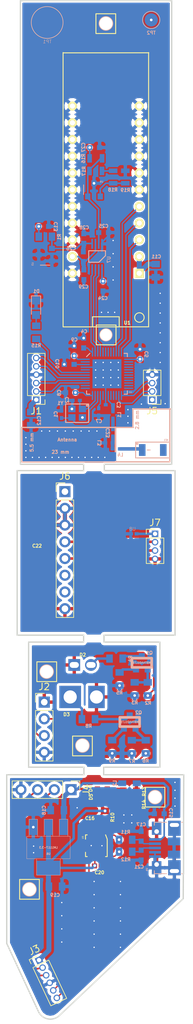
<source format=kicad_pcb>
(kicad_pcb (version 4) (host pcbnew 4.0.6-e0-6349~53~ubuntu16.04.1)
  (layers (0 F_1.Cu signal) (1 In_2.Cu power) (2 In_3.Cu power) (31 B_4.Cu signal) (34 B.Paste user) (35 F.Paste user) (36 B.SilkS user) (37 F.SilkS user) (38 B.Mask user) (39 F.Mask user) (44 Edge.Cuts user))
  (net 0 "")
  (net 1 /nrf52_board/ANTENNA)
  (net 2 "Net-(C1-Pad1)")
  (net 3 GND)
  (net 4 "Net-(C2-Pad1)")
  (net 5 "Net-(C3-Pad1)")
  (net 6 "Net-(C4-Pad1)")
  (net 7 /nrf52_board/3V3)
  (net 8 "Net-(C6-Pad2)")
  (net 9 "Net-(C7-Pad1)")
  (net 10 "Net-(C10-Pad1)")
  (net 11 /nrf52_board/VREF-)
  (net 12 "Net-(C15-Pad1)")
  (net 13 /usb_board/3V3)
  (net 14 /usb_board/USB_D-)
  (net 15 /usb_board/USB_5V)
  (net 16 /usb_board/USB_D+)
  (net 17 /program/3V3)
  (net 18 "Net-(D1-Pad2)")
  (net 19 /led_board/5V)
  (net 20 "Net-(D2-Pad1)")
  (net 21 "Net-(D3-Pad1)")
  (net 22 "Net-(D4-Pad1)")
  (net 23 "Net-(D5-Pad1)")
  (net 24 /nrf52_board/RX)
  (net 25 /nrf52_board/TX)
  (net 26 /nrf52_board/LED_PWM_1)
  (net 27 /nrf52_board/LED_PWM_2)
  (net 28 /nrf52_board/NRF_SWCLK)
  (net 29 /nrf52_board/NRF_SWDO)
  (net 30 /led_board/LED_PWM_1)
  (net 31 /led_board/LED_PWM_2)
  (net 32 /usb_board/RX_UART)
  (net 33 /usb_board/TX_UART)
  (net 34 /usb_board/LED_PWM_1)
  (net 35 /usb_board/LED_PWM_2)
  (net 36 "Net-(J6-Pad1)")
  (net 37 /program/SDO)
  (net 38 /program/SCLK)
  (net 39 "Net-(J6-Pad6)")
  (net 40 "Net-(J6-Pad7)")
  (net 41 "Net-(Q1-Pad1)")
  (net 42 "Net-(Q1-Pad2)")
  (net 43 "Net-(Q1-Pad3)")
  (net 44 "Net-(Q2-Pad1)")
  (net 45 "Net-(Q2-Pad2)")
  (net 46 "Net-(Q2-Pad3)")
  (net 47 "Net-(R10-Pad2)")
  (net 48 "Net-(R11-Pad1)")
  (net 49 "Net-(R12-Pad1)")
  (net 50 /nrf52_board/DEBUG_PIN)
  (net 51 /nrf52_board/TCD_ICG)
  (net 52 /nrf52_board/TCD_MCLK)
  (net 53 /nrf52_board/TCD_SHFT)
  (net 54 /nrf52_board/TCD_OS)
  (net 55 "Net-(U2-Pad6)")
  (net 56 "Net-(U2-Pad8)")
  (net 57 "Net-(U2-Pad9)")
  (net 58 "Net-(U2-Pad14)")
  (net 59 "Net-(U2-Pad15)")
  (net 60 "Net-(U2-Pad17)")
  (net 61 "Net-(U2-Pad18)")
  (net 62 "Net-(U2-Pad19)")
  (net 63 "Net-(U2-Pad21)")
  (net 64 "Net-(U2-Pad27)")
  (net 65 "Net-(U2-Pad28)")
  (net 66 "Net-(U2-Pad29)")
  (net 67 "Net-(U2-Pad37)")
  (net 68 "Net-(U2-Pad38)")
  (net 69 "Net-(U2-Pad44)")
  (net 70 "Net-(U2-Pad47)")
  (net 71 "Net-(U5-Pad6)")
  (net 72 "Net-(U5-Pad8)")
  (net 73 "Net-(U5-Pad11)")
  (net 74 "Net-(AE1-Pad1)")
  (net 75 "Net-(AE1-Pad2)")
  (net 76 "Net-(C23-Pad2)")
  (net 77 "Net-(U2-Pad7)")
  (net 78 "Net-(U2-Pad20)")
  (net 79 "Net-(U2-Pad22)")
  (net 80 "Net-(U2-Pad23)")
  (net 81 "Net-(U2-Pad24)")
  (net 82 "Net-(J7-Pad1)")
  (net 83 /nrf52_board/SCLK)
  (net 84 /nrf52_board/SDO)
  (net 85 /nrf52_board/~CS)
  (net 86 /nrf52_board/AVDD/VREF+)
  (net 87 "Net-(R17-Pad2)")
  (net 88 "Net-(R18-Pad2)")
  (net 89 "Net-(U2-Pad5)")
  (net 90 "Net-(U2-Pad16)")
  (module myLib:led_428nm (layer F_1.Cu) (at 113.53 119.475)
    (fp_text reference D2 (at 1.2827 -1.5367) (layer F.SilkS) (effects (font (size 0.5 0.5) (thickness 0.125))))
    (fp_text value LED_1)
    (pad 2 thru_hole rect (at 0 0) (size 1.8 1.8) (drill oval 1.4 0.9) (layers *.Cu *.Mask) (net 19 /led_board/5V))
    (pad 1 thru_hole circle (at 2.54 0) (size 1.8 1.8) (drill oval 1.4 0.9) (layers *.Cu *.Mask) (net 20 "Net-(D2-Pad1)"))
  )
  (module myLib:led_22k (layer F_1.Cu) (at 115.91 124.335 270)
    (fp_text reference D3 (at 2.655 3.55 360) (layer F.SilkS) (effects (font (size 0.5 0.5) (thickness 0.125))))
    (fp_text value LED_2)
    (pad 1 thru_hole rect (at 0 3 270) (size 3.4 3.3) (drill 2) (layers *.Cu *.Mask) (net 21 "Net-(D3-Pad1)"))
    (pad 2 thru_hole rect (at 0 -1 270) (size 3.4 2.5) (drill 2) (layers *.Cu *.Mask) (net 19 /led_board/5V))
  )
  (module myLib:mounting_hole (layer F_1.Cu) (at 114.775 131.775)
    (fp_text reference mh3 hide)
    (fp_text value mh hide)
    (pad 1 thru_hole circle (at -0.005 -0.0628) (size 2.2 2.2) (drill 2) (layers *.Cu *.SilkS *.Mask) (net 3 GND))
  )
  (module myLib:mounting_hole (layer F_1.Cu) (at 109.35 120.5)
    (fp_text reference mh4 hide)
    (fp_text value mh hide)
    (pad 1 thru_hole circle (at -0.02453 -0.009991) (size 2.2 2.2) (drill 2) (layers *.Cu *.SilkS *.Mask) (net 3 GND))
  )
  (module myLib:bc860c_sot23 (layer B_4.Cu) (at 123.8 119.145)
    (fp_text reference Q1 (at 1.15 -1.5) (layer B.SilkS) (effects (font (size 0.5 0.5) (thickness 0.12446)) (justify mirror)))
    (fp_text value MMBT4401LT1G (at 0 0) (layer B.SilkS) (effects (font (size 0.29972 0.29972) (thickness 0.07112)) (justify mirror)))
    (pad 1 smd rect (at 0.889 1.016) (size 0.9144 0.9144) (layers B_4.Cu B.Paste B.Mask) (net 41 "Net-(Q1-Pad1)"))
    (pad 2 smd rect (at -0.889 1.016) (size 0.9144 0.9144) (layers B_4.Cu B.Paste B.Mask) (net 42 "Net-(Q1-Pad2)"))
    (pad 3 smd rect (at 0 -1.00076) (size 0.9144 0.9144) (layers B_4.Cu B.Paste B.Mask) (net 43 "Net-(Q1-Pad3)"))
  )
  (module myLib:bc860c_sot23 (layer B_4.Cu) (at 121.96 128.135)
    (fp_text reference Q2 (at 1.35 -1.42) (layer B.SilkS) (effects (font (size 0.5 0.5) (thickness 0.12446)) (justify mirror)))
    (fp_text value MMBT4401LT1G (at 0 0) (layer B.SilkS) (effects (font (size 0.29972 0.29972) (thickness 0.07112)) (justify mirror)))
    (pad 1 smd rect (at 0.889 1.016) (size 0.9144 0.9144) (layers B_4.Cu B.Paste B.Mask) (net 44 "Net-(Q2-Pad1)"))
    (pad 2 smd rect (at -0.889 1.016) (size 0.9144 0.9144) (layers B_4.Cu B.Paste B.Mask) (net 45 "Net-(Q2-Pad2)"))
    (pad 3 smd rect (at 0 -1.00076) (size 0.9144 0.9144) (layers B_4.Cu B.Paste B.Mask) (net 46 "Net-(Q2-Pad3)"))
  )
  (module myLib:C_0805 (layer B_4.Cu) (at 124.7 123.115 270)
    (fp_text reference R2 (at 2.12 -0.05 360) (layer B.SilkS) (effects (font (size 0.5 0.5) (thickness 0.125)) (justify mirror)))
    (fp_text value 1K)
    (pad 1 smd rect (at -1 0 270) (size 1 1.25) (layers B_4.Cu B.Paste B.Mask) (net 41 "Net-(Q1-Pad1)"))
    (pad 2 smd rect (at 1 0 270) (size 1 1.25) (layers B_4.Cu B.Paste B.Mask) (net 30 /led_board/LED_PWM_1))
  )
  (module myLib:C_0805 (layer B_4.Cu) (at 122.71 123.115 90)
    (fp_text reference R3 (at -2.08 0 180) (layer B.SilkS) (effects (font (size 0.5 0.5) (thickness 0.125)) (justify mirror)))
    (fp_text value 1K)
    (pad 1 smd rect (at -1 0 90) (size 1 1.25) (layers B_4.Cu B.Paste B.Mask) (net 3 GND))
    (pad 2 smd rect (at 1 0 90) (size 1 1.25) (layers B_4.Cu B.Paste B.Mask) (net 41 "Net-(Q1-Pad1)"))
  )
  (module myLib:C_0805 (layer B_4.Cu) (at 119.89 118.505)
    (fp_text reference R4 (at 2.16 0.03 90) (layer B.SilkS) (effects (font (size 0.5 0.5) (thickness 0.125)) (justify mirror)))
    (fp_text value 150R)
    (pad 1 smd rect (at -1 0) (size 1 1.25) (layers B_4.Cu B.Paste B.Mask) (net 20 "Net-(D2-Pad1)"))
    (pad 2 smd rect (at 1 0) (size 1 1.25) (layers B_4.Cu B.Paste B.Mask) (net 43 "Net-(Q1-Pad3)"))
  )
  (module myLib:C_0805 (layer B_4.Cu) (at 120.42 121.605 270)
    (fp_text reference R5 (at 2.08 0.02 360) (layer B.SilkS) (effects (font (size 0.5 0.5) (thickness 0.125)) (justify mirror)))
    (fp_text value SHORT)
    (pad 1 smd rect (at -1 0 270) (size 1 1.25) (layers B_4.Cu B.Paste B.Mask) (net 42 "Net-(Q1-Pad2)"))
    (pad 2 smd rect (at 1 0 270) (size 1 1.25) (layers B_4.Cu B.Paste B.Mask) (net 3 GND))
  )
  (module myLib:C_0805 (layer B_4.Cu) (at 124.4 131.905 270)
    (fp_text reference R6 (at 2.12 0.02 360) (layer B.SilkS) (effects (font (size 0.5 0.5) (thickness 0.125)) (justify mirror)))
    (fp_text value 1K)
    (pad 1 smd rect (at -1 0 270) (size 1 1.25) (layers B_4.Cu B.Paste B.Mask) (net 44 "Net-(Q2-Pad1)"))
    (pad 2 smd rect (at 1 0 270) (size 1 1.25) (layers B_4.Cu B.Paste B.Mask) (net 31 /led_board/LED_PWM_2))
  )
  (module myLib:C_0805 (layer B_4.Cu) (at 122.28 131.905 90)
    (fp_text reference R7 (at -2.17 0.02 180) (layer B.SilkS) (effects (font (size 0.5 0.5) (thickness 0.125)) (justify mirror)))
    (fp_text value 1K)
    (pad 1 smd rect (at -1 0 90) (size 1 1.25) (layers B_4.Cu B.Paste B.Mask) (net 3 GND))
    (pad 2 smd rect (at 1 0 90) (size 1 1.25) (layers B_4.Cu B.Paste B.Mask) (net 44 "Net-(Q2-Pad1)"))
  )
  (module myLib:C_0805 (layer B_4.Cu) (at 115.69 127.705)
    (fp_text reference R8 (at 0.0254 1.0414) (layer B.SilkS) (effects (font (size 0.5 0.5) (thickness 0.125)) (justify mirror)))
    (fp_text value 27R)
    (pad 1 smd rect (at -1 0) (size 1 1.25) (layers B_4.Cu B.Paste B.Mask) (net 21 "Net-(D3-Pad1)"))
    (pad 2 smd rect (at 1 0) (size 1 1.25) (layers B_4.Cu B.Paste B.Mask) (net 46 "Net-(Q2-Pad3)"))
  )
  (module myLib:C_0805 (layer B_4.Cu) (at 119.3 131.895 270)
    (fp_text reference R9 (at 2.12 0.02 360) (layer B.SilkS) (effects (font (size 0.5 0.5) (thickness 0.125)) (justify mirror)))
    (fp_text value SHORT)
    (pad 1 smd rect (at -1 0 270) (size 1 1.25) (layers B_4.Cu B.Paste B.Mask) (net 45 "Net-(Q2-Pad2)"))
    (pad 2 smd rect (at 1 0 270) (size 1 1.25) (layers B_4.Cu B.Paste B.Mask) (net 3 GND))
  )
  (module Pin_Headers:Pin_Header_Straight_1x04_Pitch2.54mm (layer F_1.Cu) (at 108.97 125.12)
    (fp_text reference J2 (at 0 -2.33) (layer F.SilkS))
    (fp_text value CONN_USB)
    (pad 1 thru_hole rect (at 0 0) (size 1.7 1.7) (drill 1) (layers *.Cu *.Mask) (net 19 /led_board/5V))
    (pad 2 thru_hole oval (at 0 2.54) (size 1.7 1.7) (drill 1) (layers *.Cu *.Mask) (net 31 /led_board/LED_PWM_2))
    (pad 3 thru_hole oval (at 0 5.08) (size 1.7 1.7) (drill 1) (layers *.Cu *.Mask) (net 30 /led_board/LED_PWM_1))
    (pad 4 thru_hole oval (at 0 7.62) (size 1.7 1.7) (drill 1) (layers *.Cu *.Mask) (net 3 GND))
  )
  (module myLib:tcd1304ag (layer F_1.Cu) (at 118.33 47.29 90)
    (fp_text reference U1 (at -20.22 3.25 180) (layer F.SilkS) (effects (font (size 0.5 0.5) (thickness 0.125))))
    (fp_text value TCD1304)
    (pad 1 thru_hole rect (at -12.7 5.08 90) (size 1.397 1.397) (drill 0.8128) (layers *.Cu *.Mask F.SilkS) (net 7 /nrf52_board/3V3))
    (pad 2 thru_hole circle (at -10.16 5.08 90) (size 1.397 1.397) (drill 0.8128) (layers *.Cu *.Mask F.SilkS) (net 7 /nrf52_board/3V3))
    (pad 3 thru_hole circle (at -7.62 5.08 90) (size 1.397 1.397) (drill 0.8128) (layers *.Cu *.Mask F.SilkS) (net 51 /nrf52_board/TCD_ICG))
    (pad 4 thru_hole circle (at -5.08 5.08 90) (size 1.397 1.397) (drill 0.8128) (layers *.Cu *.Mask F.SilkS) (net 52 /nrf52_board/TCD_MCLK))
    (pad 5 thru_hole circle (at -2.54 5.08 90) (size 1.397 1.397) (drill 0.8128) (layers *.Cu *.Mask F.SilkS) (net 53 /nrf52_board/TCD_SHFT))
    (pad 6 thru_hole circle (at 0 5.08 90) (size 1.397 1.397) (drill 0.8128) (layers *.Cu *.Mask F.SilkS) (net 3 GND))
    (pad 7 thru_hole circle (at 2.54 5.08 90) (size 1.397 1.397) (drill 0.8128) (layers *.Cu *.Mask F.SilkS) (net 3 GND))
    (pad 8 thru_hole circle (at 5.08 5.08 90) (size 1.397 1.397) (drill 0.8128) (layers *.Cu *.Mask F.SilkS) (net 3 GND))
    (pad 9 thru_hole circle (at 7.62 5.08 90) (size 1.397 1.397) (drill 0.8128) (layers *.Cu *.Mask F.SilkS) (net 3 GND))
    (pad 10 thru_hole circle (at 10.16 5.08 90) (size 1.397 1.397) (drill 0.8128) (layers *.Cu *.Mask F.SilkS) (net 3 GND))
    (pad 11 thru_hole circle (at 12.7 5.08 90) (size 1.397 1.397) (drill 0.8128) (layers *.Cu *.Mask F.SilkS) (net 3 GND))
    (pad 12 thru_hole circle (at 12.7 -5.08 90) (size 1.397 1.397) (drill 0.8128) (layers *.Cu *.Mask F.SilkS) (net 3 GND))
    (pad 13 thru_hole circle (at 10.16 -5.08 90) (size 1.397 1.397) (drill 0.8128) (layers *.Cu *.Mask F.SilkS) (net 3 GND))
    (pad 14 thru_hole circle (at 7.62 -5.08 90) (size 1.397 1.397) (drill 0.8128) (layers *.Cu *.Mask F.SilkS) (net 3 GND))
    (pad 15 thru_hole circle (at 5.08 -5.08 90) (size 1.397 1.397) (drill 0.8128) (layers *.Cu *.Mask F.SilkS) (net 3 GND))
    (pad 16 thru_hole circle (at 2.54 -5.08 90) (size 1.397 1.397) (drill 0.8128) (layers *.Cu *.Mask F.SilkS) (net 3 GND))
    (pad 17 thru_hole circle (at 0 -5.08 90) (size 1.397 1.397) (drill 0.8128) (layers *.Cu *.Mask F.SilkS) (net 3 GND))
    (pad 18 thru_hole circle (at -2.54 -5.08 90) (size 1.397 1.397) (drill 0.8128) (layers *.Cu *.Mask F.SilkS) (net 3 GND))
    (pad 19 thru_hole circle (at -5.08 -5.08 90) (size 1.397 1.397) (drill 0.8128) (layers *.Cu *.Mask F.SilkS) (net 3 GND))
    (pad 20 thru_hole circle (at -7.62 -5.08 90) (size 1.397 1.397) (drill 0.8128) (layers *.Cu *.Mask F.SilkS) (net 3 GND))
    (pad 21 thru_hole circle (at -10.16 -5.08 90) (size 1.397 1.397) (drill 0.8128) (layers *.Cu *.Mask F.SilkS) (net 54 /nrf52_board/TCD_OS))
    (pad 22 thru_hole circle (at -12.7 -5.08 90) (size 1.397 1.397) (drill 0.8128) (layers *.Cu *.Mask F.SilkS) (net 3 GND))
  )
  (module myLib:via_5_2mm (layer F_1.Cu) (at 117.74 146.93)
    (fp_text reference REF** hide)
    (fp_text value via_5_2mm hide)
    (pad 1 thru_hole circle (at 0 0) (size 0.5 0.5) (drill 0.2) (layers *.Cu *.Mask) (net 3 GND))
  )
  (module myLib:via_5_2mm (layer F_1.Cu) (at 128.84 140.91)
    (fp_text reference REF** hide)
    (fp_text value via_5_2mm hide)
    (pad 1 thru_hole circle (at 0 0) (size 0.5 0.5) (drill 0.2) (layers *.Cu) (net 3 GND))
  )
  (module myLib:via_5_2mm (layer F_1.Cu) (at 128.84 139.71)
    (fp_text reference REF** hide)
    (fp_text value via_5_2mm hide)
    (pad 1 thru_hole circle (at 0 0) (size 0.5 0.5) (drill 0.2) (layers *.Cu) (net 3 GND))
  )
  (module myLib:via_5_2mm (layer F_1.Cu) (at 128.84 138.51)
    (fp_text reference REF** hide)
    (fp_text value via_5_2mm hide)
    (pad 1 thru_hole circle (at 0 0) (size 0.5 0.5) (drill 0.2) (layers *.Cu) (net 3 GND))
  )
  (module myLib:via_5_2mm (layer F_1.Cu) (at 128.84 137.31)
    (fp_text reference REF** hide)
    (fp_text value via_5_2mm hide)
    (pad 1 thru_hole circle (at 0 0) (size 0.5 0.5) (drill 0.2) (layers *.Cu) (net 3 GND))
  )
  (module myLib:via_5_2mm (layer F_1.Cu) (at 113.97 141.17)
    (fp_text reference REF** hide)
    (fp_text value via_5_2mm hide)
    (pad 1 thru_hole circle (at 0 0) (size 0.5 0.5) (drill 0.2) (layers *.Cu) (net 3 GND))
  )
  (module myLib:via_5_2mm (layer F_1.Cu) (at 122.27 143.46)
    (fp_text reference REF** hide)
    (fp_text value via_5_2mm hide)
    (pad 1 thru_hole circle (at 0 0) (size 0.5 0.5) (drill 0.2) (layers *.Cu) (net 3 GND))
  )
  (module myLib:via_5_2mm (layer F_1.Cu) (at 121.07 143.46)
    (fp_text reference REF** hide)
    (fp_text value via_5_2mm hide)
    (pad 1 thru_hole circle (at 0 0) (size 0.5 0.5) (drill 0.2) (layers *.Cu) (net 3 GND))
  )
  (module myLib:via_5_2mm (layer F_1.Cu) (at 122.27 142.26)
    (fp_text reference REF** hide)
    (fp_text value via_5_2mm hide)
    (pad 1 thru_hole circle (at 0 0) (size 0.5 0.5) (drill 0.2) (layers *.Cu) (net 3 GND))
  )
  (module myLib:via_5_2mm (layer F_1.Cu) (at 121.07 142.26)
    (fp_text reference REF** hide)
    (fp_text value via_5_2mm hide)
    (pad 1 thru_hole circle (at 0 0) (size 0.5 0.5) (drill 0.2) (layers *.Cu) (net 3 GND))
  )
  (module myLib:via_5_2mm (layer F_1.Cu) (at 111.63 161.56)
    (fp_text reference REF** hide)
    (fp_text value via_5_2mm hide)
    (pad 1 thru_hole circle (at 0 0) (size 0.5 0.5) (drill 0.2) (layers *.Cu) (net 3 GND))
  )
  (module myLib:via_5_2mm (layer F_1.Cu) (at 111.63 159.56)
    (fp_text reference REF** hide)
    (fp_text value via_5_2mm hide)
    (pad 1 thru_hole circle (at 0 0) (size 0.5 0.5) (drill 0.2) (layers *.Cu) (net 3 GND))
  )
  (module myLib:via_5_2mm (layer F_1.Cu) (at 111.63 157.56)
    (fp_text reference REF** hide)
    (fp_text value via_5_2mm hide)
    (pad 1 thru_hole circle (at 0 0) (size 0.5 0.5) (drill 0.2) (layers *.Cu) (net 3 GND))
  )
  (module myLib:via_5_2mm (layer F_1.Cu) (at 111.63 155.56)
    (fp_text reference REF** hide)
    (fp_text value via_5_2mm hide)
    (pad 1 thru_hole circle (at 0 0) (size 0.5 0.5) (drill 0.2) (layers *.Cu) (net 3 GND))
  )
  (module myLib:via_5_2mm (layer F_1.Cu) (at 120.55 162.36)
    (fp_text reference REF** hide)
    (fp_text value via_5_2mm hide)
    (pad 1 thru_hole circle (at 0 0) (size 0.5 0.5) (drill 0.2) (layers *.Cu) (net 3 GND))
  )
  (module myLib:via_5_2mm (layer F_1.Cu) (at 116.55 162.36)
    (fp_text reference REF** hide)
    (fp_text value via_5_2mm hide)
    (pad 1 thru_hole circle (at 0 0) (size 0.5 0.5) (drill 0.2) (layers *.Cu) (net 3 GND))
  )
  (module myLib:via_5_2mm (layer F_1.Cu) (at 120.55 160.36)
    (fp_text reference REF** hide)
    (fp_text value via_5_2mm hide)
    (pad 1 thru_hole circle (at 0 0) (size 0.5 0.5) (drill 0.2) (layers *.Cu) (net 3 GND))
  )
  (module myLib:via_5_2mm (layer F_1.Cu) (at 116.55 160.36)
    (fp_text reference REF** hide)
    (fp_text value via_5_2mm hide)
    (pad 1 thru_hole circle (at 0 0) (size 0.5 0.5) (drill 0.2) (layers *.Cu) (net 3 GND))
  )
  (module myLib:via_5_2mm (layer F_1.Cu) (at 120.55 158.36)
    (fp_text reference REF** hide)
    (fp_text value via_5_2mm hide)
    (pad 1 thru_hole circle (at 0 0) (size 0.5 0.5) (drill 0.2) (layers *.Cu) (net 3 GND))
  )
  (module myLib:via_5_2mm (layer F_1.Cu) (at 116.55 158.36)
    (fp_text reference REF** hide)
    (fp_text value via_5_2mm hide)
    (pad 1 thru_hole circle (at 0 0) (size 0.5 0.5) (drill 0.2) (layers *.Cu) (net 3 GND))
  )
  (module myLib:via_5_2mm (layer F_1.Cu) (at 120.55 156.36)
    (fp_text reference REF** hide)
    (fp_text value via_5_2mm hide)
    (pad 1 thru_hole circle (at 0 0) (size 0.5 0.5) (drill 0.2) (layers *.Cu) (net 3 GND))
  )
  (module myLib:via_5_2mm (layer F_1.Cu) (at 116.55 156.36)
    (fp_text reference REF** hide)
    (fp_text value via_5_2mm hide)
    (pad 1 thru_hole circle (at 0 0) (size 0.5 0.5) (drill 0.2) (layers *.Cu) (net 3 GND))
  )
  (module myLib:via_5_2mm (layer F_1.Cu) (at 120.55 154.36)
    (fp_text reference REF** hide)
    (fp_text value via_5_2mm hide)
    (pad 1 thru_hole circle (at 0 0) (size 0.5 0.5) (drill 0.2) (layers *.Cu) (net 3 GND))
  )
  (module myLib:via_5_2mm (layer F_1.Cu) (at 116.55 154.36)
    (fp_text reference REF** hide)
    (fp_text value via_5_2mm hide)
    (pad 1 thru_hole circle (at 0 0) (size 0.5 0.5) (drill 0.2) (layers *.Cu) (net 3 GND))
  )
  (module myLib:via_5_2mm (layer F_1.Cu) (at 120.55 152.36)
    (fp_text reference REF** hide)
    (fp_text value via_5_2mm hide)
    (pad 1 thru_hole circle (at 0 0) (size 0.5 0.5) (drill 0.2) (layers *.Cu) (net 3 GND))
  )
  (module myLib:via_5_2mm (layer F_1.Cu) (at 116.55 152.36)
    (fp_text reference REF** hide)
    (fp_text value via_5_2mm hide)
    (pad 1 thru_hole circle (at 0 0) (size 0.5 0.5) (drill 0.2) (layers *.Cu) (net 3 GND))
  )
  (module myLib:via_5_2mm (layer F_1.Cu) (at 107.35 147.99)
    (fp_text reference REF** hide)
    (fp_text value via_5_2mm hide)
    (pad 1 thru_hole circle (at 0 0) (size 0.5 0.5) (drill 0.2) (layers *.Cu) (net 3 GND))
  )
  (module myLib:via_5_2mm (layer F_1.Cu) (at 107.35 146.99)
    (fp_text reference REF** hide)
    (fp_text value via_5_2mm hide)
    (pad 1 thru_hole circle (at 0 0) (size 0.5 0.5) (drill 0.2) (layers *.Cu) (net 3 GND))
  )
  (module myLib:via_5_2mm (layer F_1.Cu) (at 126.59 73.53)
    (fp_text reference REF** hide)
    (fp_text value via_5_2mm hide)
    (pad 1 thru_hole circle (at 0 0) (size 0.5 0.5) (drill 0.2) (layers *.Cu) (net 3 GND))
  )
  (module myLib:via_5_2mm (layer F_1.Cu) (at 126.59 72.03)
    (fp_text reference REF** hide)
    (fp_text value via_5_2mm hide)
    (pad 1 thru_hole circle (at 0 0) (size 0.5 0.5) (drill 0.2) (layers *.Cu) (net 3 GND))
  )
  (module myLib:via_5_2mm (layer F_1.Cu) (at 126.59 70.53)
    (fp_text reference REF** hide)
    (fp_text value via_5_2mm hide)
    (pad 1 thru_hole circle (at 0 0) (size 0.5 0.5) (drill 0.2) (layers *.Cu) (net 3 GND))
  )
  (module myLib:via_5_2mm (layer F_1.Cu) (at 126.59 69.03)
    (fp_text reference REF** hide)
    (fp_text value via_5_2mm hide)
    (pad 1 thru_hole circle (at 0 0) (size 0.5 0.5) (drill 0.2) (layers *.Cu) (net 3 GND))
  )
  (module myLib:via_5_2mm (layer F_1.Cu) (at 126.59 67.53)
    (fp_text reference REF** hide)
    (fp_text value via_5_2mm hide)
    (pad 1 thru_hole circle (at 0 0) (size 0.5 0.5) (drill 0.2) (layers *.Cu) (net 3 GND))
  )
  (module myLib:via_5_2mm (layer F_1.Cu) (at 126.59 66.03)
    (fp_text reference REF** hide)
    (fp_text value via_5_2mm hide)
    (pad 1 thru_hole circle (at 0 0) (size 0.5 0.5) (drill 0.2) (layers *.Cu) (net 3 GND))
  )
  (module myLib:via_5_2mm (layer F_1.Cu) (at 126.59 64.53)
    (fp_text reference REF** hide)
    (fp_text value via_5_2mm hide)
    (pad 1 thru_hole circle (at 0 0) (size 0.5 0.5) (drill 0.2) (layers *.Cu) (net 3 GND))
  )
  (module myLib:via_5_2mm (layer F_1.Cu) (at 126.59 63.03)
    (fp_text reference REF** hide)
    (fp_text value via_5_2mm hide)
    (pad 1 thru_hole circle (at 0 0) (size 0.5 0.5) (drill 0.2) (layers *.Cu) (net 3 GND))
  )
  (module myLib:via_5_2mm (layer F_1.Cu) (at 119.44 61.01)
    (fp_text reference REF** hide)
    (fp_text value via_5_2mm hide)
    (pad 1 thru_hole circle (at 0 0) (size 0.5 0.5) (drill 0.2) (layers *.Cu) (net 3 GND))
  )
  (module myLib:via_5_2mm (layer F_1.Cu) (at 119.44 59.01)
    (fp_text reference REF** hide)
    (fp_text value via_5_2mm hide)
    (pad 1 thru_hole circle (at 0 0) (size 0.5 0.5) (drill 0.2) (layers *.Cu) (net 3 GND))
  )
  (module myLib:via_5_2mm (layer F_1.Cu) (at 119.44 57.01)
    (fp_text reference REF** hide)
    (fp_text value via_5_2mm hide)
    (pad 1 thru_hole circle (at 0 0) (size 0.5 0.5) (drill 0.2) (layers *.Cu) (net 3 GND))
  )
  (module myLib:via_5_2mm (layer F_1.Cu) (at 119.44 55.01)
    (fp_text reference REF** hide)
    (fp_text value via_5_2mm hide)
    (pad 1 thru_hole circle (at 0 0) (size 0.5 0.5) (drill 0.2) (layers *.Cu) (net 3 GND))
  )
  (module myLib:via_5_2mm (layer F_1.Cu) (at 119.67 65.92)
    (fp_text reference REF** hide)
    (fp_text value via_5_2mm hide)
    (pad 1 thru_hole circle (at 0 0) (size 0.5 0.5) (drill 0.2) (layers *.Cu) (net 3 GND))
  )
  (module myLib:via_5_2mm (layer F_1.Cu) (at 118.67 65.92)
    (fp_text reference REF** hide)
    (fp_text value via_5_2mm hide)
    (pad 1 thru_hole circle (at 0 0) (size 0.5 0.5) (drill 0.2) (layers *.Cu) (net 3 GND))
  )
  (module myLib:via_5_2mm (layer F_1.Cu) (at 117.67 65.92)
    (fp_text reference REF** hide)
    (fp_text value via_5_2mm hide)
    (pad 1 thru_hole circle (at 0 0) (size 0.5 0.5) (drill 0.2) (layers *.Cu) (net 3 GND))
  )
  (module myLib:via_5_2mm (layer F_1.Cu) (at 120.23 76.98)
    (fp_text reference REF** hide)
    (fp_text value via_5_2mm hide)
    (pad 1 thru_hole circle (at 0 0) (size 0.5 0.5) (drill 0.2) (layers *.Cu *.Mask) (net 3 GND))
  )
  (module myLib:via_5_2mm (layer F_1.Cu) (at 119.08 76.98)
    (fp_text reference REF** hide)
    (fp_text value via_5_2mm hide)
    (pad 1 thru_hole circle (at 0 0) (size 0.5 0.5) (drill 0.2) (layers *.Cu *.Mask) (net 3 GND))
  )
  (module myLib:via_5_2mm (layer F_1.Cu) (at 117.93 76.98)
    (fp_text reference REF** hide)
    (fp_text value via_5_2mm hide)
    (pad 1 thru_hole circle (at 0 0) (size 0.5 0.5) (drill 0.2) (layers *.Cu *.Mask) (net 3 GND))
  )
  (module myLib:via_5_2mm (layer F_1.Cu) (at 116.78 76.98)
    (fp_text reference REF** hide)
    (fp_text value via_5_2mm hide)
    (pad 1 thru_hole circle (at 0 0) (size 0.5 0.5) (drill 0.2) (layers *.Cu *.Mask) (net 3 GND))
  )
  (module myLib:via_5_2mm (layer F_1.Cu) (at 120.23 75.83)
    (fp_text reference REF** hide)
    (fp_text value via_5_2mm hide)
    (pad 1 thru_hole circle (at 0 0) (size 0.5 0.5) (drill 0.2) (layers *.Cu *.Mask) (net 3 GND))
  )
  (module myLib:via_5_2mm (layer F_1.Cu) (at 119.08 75.83)
    (fp_text reference REF** hide)
    (fp_text value via_5_2mm hide)
    (pad 1 thru_hole circle (at 0 0) (size 0.5 0.5) (drill 0.2) (layers *.Cu *.Mask) (net 3 GND))
  )
  (module myLib:via_5_2mm (layer F_1.Cu) (at 117.93 75.83)
    (fp_text reference REF** hide)
    (fp_text value via_5_2mm hide)
    (pad 1 thru_hole circle (at 0 0) (size 0.5 0.5) (drill 0.2) (layers *.Cu *.Mask) (net 3 GND))
  )
  (module myLib:via_5_2mm (layer F_1.Cu) (at 116.78 75.83)
    (fp_text reference REF** hide)
    (fp_text value via_5_2mm hide)
    (pad 1 thru_hole circle (at 0 0) (size 0.5 0.5) (drill 0.2) (layers *.Cu *.Mask) (net 3 GND))
  )
  (module myLib:via_5_2mm (layer F_1.Cu) (at 120.23 74.68)
    (fp_text reference REF** hide)
    (fp_text value via_5_2mm hide)
    (pad 1 thru_hole circle (at 0 0) (size 0.5 0.5) (drill 0.2) (layers *.Cu *.Mask) (net 3 GND))
  )
  (module myLib:via_5_2mm (layer F_1.Cu) (at 119.08 74.68)
    (fp_text reference REF** hide)
    (fp_text value via_5_2mm hide)
    (pad 1 thru_hole circle (at 0 0) (size 0.5 0.5) (drill 0.2) (layers *.Cu *.Mask) (net 3 GND))
  )
  (module myLib:via_5_2mm (layer F_1.Cu) (at 117.93 74.68)
    (fp_text reference REF** hide)
    (fp_text value via_5_2mm hide)
    (pad 1 thru_hole circle (at 0 0) (size 0.5 0.5) (drill 0.2) (layers *.Cu *.Mask) (net 3 GND))
  )
  (module myLib:via_5_2mm (layer F_1.Cu) (at 116.78 74.68)
    (fp_text reference REF** hide)
    (fp_text value via_5_2mm hide)
    (pad 1 thru_hole circle (at 0 0) (size 0.5 0.5) (drill 0.2) (layers *.Cu *.Mask) (net 3 GND))
  )
  (module myLib:via_5_2mm (layer F_1.Cu) (at 120.23 73.53)
    (fp_text reference REF** hide)
    (fp_text value via_5_2mm hide)
    (pad 1 thru_hole circle (at 0 0) (size 0.5 0.5) (drill 0.2) (layers *.Cu *.Mask) (net 3 GND))
  )
  (module myLib:via_5_2mm (layer F_1.Cu) (at 119.08 73.53)
    (fp_text reference REF** hide)
    (fp_text value via_5_2mm hide)
    (pad 1 thru_hole circle (at 0 0) (size 0.5 0.5) (drill 0.2) (layers *.Cu *.Mask) (net 3 GND))
  )
  (module myLib:via_5_2mm (layer F_1.Cu) (at 117.93 73.53)
    (fp_text reference REF** hide)
    (fp_text value via_5_2mm hide)
    (pad 1 thru_hole circle (at 0 0) (size 0.5 0.5) (drill 0.2) (layers *.Cu *.Mask) (net 3 GND))
  )
  (module myLib:C_0603 (layer B_4.Cu) (at 116.63 40.89)
    (fp_text reference C27 (at -1.71 -0.03 90) (layer B.SilkS) (effects (font (size 0.5 0.5) (thickness 0.125)) (justify mirror)))
    (fp_text value 0.1uF)
    (pad 1 smd rect (at -0.75 0) (size 0.8 0.75) (layers B_4.Cu B.Paste B.Mask) (net 7 /nrf52_board/3V3))
    (pad 2 smd rect (at 0.75 0) (size 0.8 0.75) (layers B_4.Cu B.Paste B.Mask) (net 3 GND))
  )
  (module myLib:nrf52832 (layer B_4.Cu) (at 118.5 75.25 270)
    (fp_text reference U2 (at 2.8 -3.58 360) (layer B.SilkS) (effects (font (size 0.225 0.225) (thickness 0.04)) (justify mirror)))
    (fp_text value nrf52832 hide)
    (pad 1 smd oval (at -3.3 2.2 180) (size 0.2 1.4) (layers B_4.Cu B.Paste B.Mask) (net 6 "Net-(C4-Pad1)"))
    (pad 2 smd oval (at -3.3 1.8 180) (size 0.2 1.4) (layers B_4.Cu B.Paste B.Mask) (net 85 /nrf52_board/~CS))
    (pad 3 smd oval (at -3.3 1.4 180) (size 0.2 1.4) (layers B_4.Cu B.Paste B.Mask) (net 84 /nrf52_board/SDO))
    (pad 4 smd oval (at -3.3 1 180) (size 0.2 1.4) (layers B_4.Cu B.Paste B.Mask) (net 83 /nrf52_board/SCLK))
    (pad 5 smd oval (at -3.3 0.6 180) (size 0.2 1.4) (layers B_4.Cu B.Paste B.Mask) (net 89 "Net-(U2-Pad5)"))
    (pad 6 smd oval (at -3.3 0.2 180) (size 0.2 1.4) (layers B_4.Cu B.Paste B.Mask) (net 55 "Net-(U2-Pad6)"))
    (pad 7 smd oval (at -3.3 -0.2 180) (size 0.2 1.4) (layers B_4.Cu B.Paste B.Mask) (net 77 "Net-(U2-Pad7)"))
    (pad 8 smd oval (at -3.3 -0.6 180) (size 0.2 1.4) (layers B_4.Cu B.Paste B.Mask) (net 56 "Net-(U2-Pad8)"))
    (pad 9 smd oval (at -3.3 -1 180) (size 0.2 1.4) (layers B_4.Cu B.Paste B.Mask) (net 57 "Net-(U2-Pad9)"))
    (pad 10 smd oval (at -3.3 -1.4 180) (size 0.2 1.4) (layers B_4.Cu B.Paste B.Mask) (net 53 /nrf52_board/TCD_SHFT))
    (pad 11 smd oval (at -3.3 -1.8 180) (size 0.2 1.4) (layers B_4.Cu B.Paste B.Mask) (net 52 /nrf52_board/TCD_MCLK))
    (pad 12 smd oval (at -3.3 -2.2 180) (size 0.2 1.4) (layers B_4.Cu B.Paste B.Mask) (net 51 /nrf52_board/TCD_ICG))
    (pad 13 smd oval (at -2.2 -3.3 270) (size 0.2 1.4) (layers B_4.Cu B.Paste B.Mask) (net 7 /nrf52_board/3V3))
    (pad 14 smd oval (at -1.8 -3.3 270) (size 0.2 1.4) (layers B_4.Cu B.Paste B.Mask) (net 58 "Net-(U2-Pad14)"))
    (pad 15 smd oval (at -1.4 -3.3 270) (size 0.2 1.4) (layers B_4.Cu B.Paste B.Mask) (net 59 "Net-(U2-Pad15)"))
    (pad 16 smd oval (at -1 -3.3 270) (size 0.2 1.4) (layers B_4.Cu B.Paste B.Mask) (net 90 "Net-(U2-Pad16)"))
    (pad 17 smd oval (at -0.6 -3.3 270) (size 0.2 1.4) (layers B_4.Cu B.Paste B.Mask) (net 60 "Net-(U2-Pad17)"))
    (pad 18 smd oval (at -0.2 -3.3 270) (size 0.2 1.4) (layers B_4.Cu B.Paste B.Mask) (net 61 "Net-(U2-Pad18)"))
    (pad 19 smd oval (at 0.2 -3.3 270) (size 0.2 1.4) (layers B_4.Cu B.Paste B.Mask) (net 62 "Net-(U2-Pad19)"))
    (pad 20 smd oval (at 0.6 -3.3 270) (size 0.2 1.4) (layers B_4.Cu B.Paste B.Mask) (net 78 "Net-(U2-Pad20)"))
    (pad 21 smd oval (at 1 -3.3 270) (size 0.2 1.4) (layers B_4.Cu B.Paste B.Mask) (net 63 "Net-(U2-Pad21)"))
    (pad 22 smd oval (at 1.4 -3.3 270) (size 0.2 1.4) (layers B_4.Cu B.Paste B.Mask) (net 79 "Net-(U2-Pad22)"))
    (pad 23 smd oval (at 1.8 -3.3 270) (size 0.2 1.4) (layers B_4.Cu B.Paste B.Mask) (net 80 "Net-(U2-Pad23)"))
    (pad 24 smd oval (at 2.2 -3.3 270) (size 0.2 1.4) (layers B_4.Cu B.Paste B.Mask) (net 81 "Net-(U2-Pad24)"))
    (pad 25 smd oval (at 3.3 -2.2 180) (size 0.2 1.4) (layers B_4.Cu B.Paste B.Mask) (net 28 /nrf52_board/NRF_SWCLK))
    (pad 26 smd oval (at 3.3 -1.8 180) (size 0.2 1.4) (layers B_4.Cu B.Paste B.Mask) (net 29 /nrf52_board/NRF_SWDO))
    (pad 27 smd oval (at 3.3 -1.4 180) (size 0.2 1.4) (layers B_4.Cu B.Paste B.Mask) (net 64 "Net-(U2-Pad27)"))
    (pad 28 smd oval (at 3.3 -1 180) (size 0.2 1.4) (layers B_4.Cu B.Paste B.Mask) (net 65 "Net-(U2-Pad28)"))
    (pad 29 smd oval (at 3.3 -0.6 180) (size 0.2 1.4) (layers B_4.Cu B.Paste B.Mask) (net 66 "Net-(U2-Pad29)"))
    (pad 30 smd oval (at 3.3 -0.2 180) (size 0.2 1.4) (layers B_4.Cu B.Paste B.Mask) (net 5 "Net-(C3-Pad1)"))
    (pad 31 smd oval (at 3.3 0.2 180) (size 0.2 1.4) (layers B_4.Cu B.Paste B.Mask) (net 3 GND))
    (pad 32 smd oval (at 3.3 0.6 180) (size 0.2 1.4) (layers B_4.Cu B.Paste B.Mask) (net 8 "Net-(C6-Pad2)"))
    (pad 33 smd oval (at 3.3 1 180) (size 0.2 1.4) (layers B_4.Cu B.Paste B.Mask) (net 9 "Net-(C7-Pad1)"))
    (pad 34 smd oval (at 3.3 1.4 180) (size 0.2 1.4) (layers B_4.Cu B.Paste B.Mask) (net 2 "Net-(C1-Pad1)"))
    (pad 35 smd oval (at 3.3 1.8 180) (size 0.2 1.4) (layers B_4.Cu B.Paste B.Mask) (net 4 "Net-(C2-Pad1)"))
    (pad 36 smd oval (at 3.3 2.2 180) (size 0.2 1.4) (layers B_4.Cu B.Paste B.Mask) (net 7 /nrf52_board/3V3))
    (pad 37 smd oval (at 2.2 3.3 270) (size 0.2 1.4) (layers B_4.Cu B.Paste B.Mask) (net 67 "Net-(U2-Pad37)"))
    (pad 38 smd oval (at 1.8 3.3 270) (size 0.2 1.4) (layers B_4.Cu B.Paste B.Mask) (net 68 "Net-(U2-Pad38)"))
    (pad 39 smd oval (at 1.4 3.3 270) (size 0.2 1.4) (layers B_4.Cu B.Paste B.Mask) (net 27 /nrf52_board/LED_PWM_2))
    (pad 40 smd oval (at 1 3.3 270) (size 0.2 1.4) (layers B_4.Cu B.Paste B.Mask) (net 26 /nrf52_board/LED_PWM_1))
    (pad 41 smd oval (at 0.6 3.3 270) (size 0.2 1.4) (layers B_4.Cu B.Paste B.Mask) (net 25 /nrf52_board/TX))
    (pad 42 smd oval (at 0.2 3.3 270) (size 0.2 1.4) (layers B_4.Cu B.Paste B.Mask) (net 24 /nrf52_board/RX))
    (pad 43 smd oval (at -0.2 3.3 270) (size 0.2 1.4) (layers B_4.Cu B.Paste B.Mask) (net 50 /nrf52_board/DEBUG_PIN))
    (pad 44 smd oval (at -0.6 3.3 270) (size 0.2 1.4) (layers B_4.Cu B.Paste B.Mask) (net 69 "Net-(U2-Pad44)"))
    (pad 45 smd oval (at -1 3.3 270) (size 0.2 1.4) (layers B_4.Cu B.Paste B.Mask) (net 3 GND))
    (pad 46 smd oval (at -1.4 3.3 270) (size 0.2 1.4) (layers B_4.Cu B.Paste B.Mask) (net 10 "Net-(C10-Pad1)"))
    (pad 47 smd oval (at -1.8 3.3 270) (size 0.2 1.4) (layers B_4.Cu B.Paste B.Mask) (net 70 "Net-(U2-Pad47)"))
    (pad 48 smd oval (at -2.2 3.3 270) (size 0.2 1.4) (layers B_4.Cu B.Paste B.Mask) (net 7 /nrf52_board/3V3))
    (pad 31 smd rect (at 0 0 270) (size 4.4 4.4) (layers B_4.Cu B.Paste B.Mask) (net 3 GND))
  )
  (module myLib:crystal_2600M_32MHz (layer B_4.Cu) (at 113.97 81.24 180)
    (fp_text reference Y1 (at 2.56 1.54 180) (layer B.SilkS) (effects (font (size 0.5 0.5) (thickness 0.125)) (justify mirror)))
    (fp_text value 32MHz)
    (pad 3 smd rect (at 0.8 -0.65 180) (size 1.1 1) (layers B_4.Cu B.Paste B.Mask) (net 2 "Net-(C1-Pad1)"))
    (pad 2 smd rect (at 0.8 0.65 180) (size 1.1 1) (layers B_4.Cu B.Paste B.Mask) (net 3 GND))
    (pad 4 smd rect (at -0.8 -0.65 180) (size 1.1 1) (layers B_4.Cu B.Paste B.Mask) (net 3 GND))
    (pad 1 smd rect (at -0.8 0.65 180) (size 1.1 1) (layers B_4.Cu B.Paste B.Mask) (net 4 "Net-(C2-Pad1)"))
  )
  (module Pin_Headers:Pin_Header_Straight_1x06_Pitch1.27mm (layer F_1.Cu) (at 108.175 164.3 25.2)
    (fp_text reference J3 (at 0 -1.695 25.2) (layer F.SilkS))
    (fp_text value CONN_TCD)
    (pad 1 thru_hole rect (at 0 0 25.2) (size 1 1) (drill 0.65) (layers *.Cu *.Mask) (net 13 /usb_board/3V3))
    (pad 2 thru_hole oval (at 0 1.27 25.2) (size 1 1) (drill 0.65) (layers *.Cu *.Mask) (net 35 /usb_board/LED_PWM_2))
    (pad 3 thru_hole oval (at 0 2.54 25.2) (size 1 1) (drill 0.65) (layers *.Cu *.Mask) (net 34 /usb_board/LED_PWM_1))
    (pad 4 thru_hole oval (at 0 3.81 25.2) (size 1 1) (drill 0.65) (layers *.Cu *.Mask) (net 3 GND))
    (pad 5 thru_hole oval (at 0 5.08 25.2) (size 1 1) (drill 0.65) (layers *.Cu *.Mask) (net 32 /usb_board/RX_UART))
    (pad 6 thru_hole oval (at 0 6.35 25.2) (size 1 1) (drill 0.65) (layers *.Cu *.Mask) (net 33 /usb_board/TX_UART))
  )
  (module myLib:via_5_2mm (layer F_1.Cu) (at 127.35 79.79)
    (fp_text reference REF** hide)
    (fp_text value via_5_2mm hide)
    (pad 1 thru_hole circle (at 0 0) (size 0.5 0.5) (drill 0.2) (layers *.Cu) (net 3 GND))
  )
  (module myLib:via_5_2mm (layer F_1.Cu) (at 123.74 79.85)
    (fp_text reference REF** hide)
    (fp_text value via_5_2mm hide)
    (pad 1 thru_hole circle (at 0 0) (size 0.5 0.5) (drill 0.2) (layers *.Cu) (net 3 GND))
  )
  (module myLib:via_5_2mm (layer F_1.Cu) (at 121.69 82.7)
    (fp_text reference REF** hide)
    (fp_text value via_5_2mm hide)
    (pad 1 thru_hole circle (at 0 0) (size 0.5 0.5) (drill 0.2) (layers *.Cu) (net 3 GND))
  )
  (module myLib:via_5_2mm (layer F_1.Cu) (at 121.69 81.7)
    (fp_text reference REF** hide)
    (fp_text value via_5_2mm hide)
    (pad 1 thru_hole circle (at 0 0) (size 0.5 0.5) (drill 0.2) (layers *.Cu) (net 3 GND))
  )
  (module myLib:via_5_2mm (layer F_1.Cu) (at 121.69 80.7)
    (fp_text reference REF** hide)
    (fp_text value via_5_2mm hide)
    (pad 1 thru_hole circle (at 0 0) (size 0.5 0.5) (drill 0.2) (layers *.Cu) (net 3 GND))
  )
  (module myLib:via_5_2mm (layer F_1.Cu) (at 116.975 83.95)
    (fp_text reference REF** hide)
    (fp_text value via_5_2mm hide)
    (pad 1 thru_hole circle (at 0 0) (size 0.5 0.5) (drill 0.2) (layers *.Cu) (net 3 GND))
  )
  (module myLib:via_5_2mm (layer F_1.Cu) (at 115.775 83.95)
    (fp_text reference REF** hide)
    (fp_text value via_5_2mm hide)
    (pad 1 thru_hole circle (at 0 0) (size 0.5 0.5) (drill 0.2) (layers *.Cu) (net 3 GND))
  )
  (module myLib:via_5_2mm (layer F_1.Cu) (at 114.575 83.95)
    (fp_text reference REF** hide)
    (fp_text value via_5_2mm hide)
    (pad 1 thru_hole circle (at 0 0) (size 0.5 0.5) (drill 0.2) (layers *.Cu) (net 3 GND))
  )
  (module myLib:via_5_2mm (layer F_1.Cu) (at 113.375 83.95)
    (fp_text reference REF** hide)
    (fp_text value via_5_2mm hide)
    (pad 1 thru_hole circle (at 0 0) (size 0.5 0.5) (drill 0.2) (layers *.Cu) (net 3 GND))
  )
  (module myLib:via_5_2mm (layer F_1.Cu) (at 112.175 83.95)
    (fp_text reference REF** hide)
    (fp_text value via_5_2mm hide)
    (pad 1 thru_hole circle (at 0 0) (size 0.5 0.5) (drill 0.2) (layers *.Cu) (net 3 GND))
  )
  (module myLib:via_5_2mm (layer F_1.Cu) (at 110.975 83.95)
    (fp_text reference REF** hide)
    (fp_text value via_5_2mm hide)
    (pad 1 thru_hole circle (at 0 0) (size 0.5 0.5) (drill 0.2) (layers *.Cu) (net 3 GND))
  )
  (module myLib:via_5_2mm (layer F_1.Cu) (at 109.775 83.95)
    (fp_text reference REF** hide)
    (fp_text value via_5_2mm hide)
    (pad 1 thru_hole circle (at 0 0) (size 0.5 0.5) (drill 0.2) (layers *.Cu) (net 3 GND))
  )
  (module myLib:via_5_2mm (layer F_1.Cu) (at 108.575 83.95)
    (fp_text reference REF** hide)
    (fp_text value via_5_2mm hide)
    (pad 1 thru_hole circle (at 0 0) (size 0.5 0.5) (drill 0.2) (layers *.Cu) (net 3 GND))
  )
  (module myLib:via_5_2mm (layer F_1.Cu) (at 118.175 87.95)
    (fp_text reference REF** hide)
    (fp_text value via_5_2mm hide)
    (pad 1 thru_hole circle (at 0 0) (size 0.5 0.5) (drill 0.2) (layers *.Cu) (net 3 GND))
  )
  (module myLib:via_5_2mm (layer F_1.Cu) (at 117.175 87.95)
    (fp_text reference REF** hide)
    (fp_text value via_5_2mm hide)
    (pad 1 thru_hole circle (at 0 0) (size 0.5 0.5) (drill 0.2) (layers *.Cu) (net 3 GND))
  )
  (module myLib:via_5_2mm (layer F_1.Cu) (at 116.175 87.95)
    (fp_text reference REF** hide)
    (fp_text value via_5_2mm hide)
    (pad 1 thru_hole circle (at 0 0) (size 0.5 0.5) (drill 0.2) (layers *.Cu) (net 3 GND))
  )
  (module myLib:mounting_hole (layer F_1.Cu) (at 118.375 69.35)
    (fp_text reference mh2 hide)
    (fp_text value mh hide)
    (pad 1 thru_hole circle (at -0.031257 -0.014142) (size 2 2) (drill 1.8) (layers *.Cu *.SilkS *.Mask) (net 3 GND))
  )
  (module myLib:via_5_2mm (layer F_1.Cu) (at 115.175 87.95)
    (fp_text reference REF** hide)
    (fp_text value via_5_2mm hide)
    (pad 1 thru_hole circle (at 0 0) (size 0.5 0.5) (drill 0.2) (layers *.Cu) (net 3 GND))
  )
  (module myLib:via_5_2mm (layer F_1.Cu) (at 114.175 87.95)
    (fp_text reference REF** hide)
    (fp_text value via_5_2mm hide)
    (pad 1 thru_hole circle (at 0 0) (size 0.5 0.5) (drill 0.2) (layers *.Cu) (net 3 GND))
  )
  (module myLib:via_5_2mm (layer F_1.Cu) (at 113.175 87.95)
    (fp_text reference REF** hide)
    (fp_text value via_5_2mm hide)
    (pad 1 thru_hole circle (at 0 0) (size 0.5 0.5) (drill 0.2) (layers *.Cu) (net 3 GND))
  )
  (module myLib:via_5_2mm (layer F_1.Cu) (at 112.175 87.95)
    (fp_text reference REF** hide)
    (fp_text value via_5_2mm hide)
    (pad 1 thru_hole circle (at 0 0) (size 0.5 0.5) (drill 0.2) (layers *.Cu) (net 3 GND))
  )
  (module myLib:via_5_2mm (layer F_1.Cu) (at 111.175 87.95)
    (fp_text reference REF** hide)
    (fp_text value via_5_2mm hide)
    (pad 1 thru_hole circle (at 0 0) (size 0.5 0.5) (drill 0.2) (layers *.Cu) (net 3 GND))
  )
  (module myLib:via_5_2mm (layer F_1.Cu) (at 110.175 87.95)
    (fp_text reference REF** hide)
    (fp_text value via_5_2mm hide)
    (pad 1 thru_hole circle (at 0 0) (size 0.5 0.5) (drill 0.2) (layers *.Cu) (net 3 GND))
  )
  (module myLib:via_5_2mm (layer F_1.Cu) (at 109.175 87.95)
    (fp_text reference REF** hide)
    (fp_text value via_5_2mm hide)
    (pad 1 thru_hole circle (at 0 0) (size 0.5 0.5) (drill 0.2) (layers *.Cu) (net 3 GND))
  )
  (module myLib:via_5_2mm (layer F_1.Cu) (at 108.175 87.95)
    (fp_text reference REF** hide)
    (fp_text value via_5_2mm hide)
    (pad 1 thru_hole circle (at 0 0) (size 0.5 0.5) (drill 0.2) (layers *.Cu) (net 3 GND))
  )
  (module myLib:via_5_2mm (layer F_1.Cu) (at 107.175 87.95)
    (fp_text reference REF** hide)
    (fp_text value via_5_2mm hide)
    (pad 1 thru_hole circle (at 0 0) (size 0.5 0.5) (drill 0.2) (layers *.Cu) (net 3 GND))
  )
  (module myLib:via_5_2mm (layer F_1.Cu) (at 106.175 87.95)
    (fp_text reference REF** hide)
    (fp_text value via_5_2mm hide)
    (pad 1 thru_hole circle (at 0 0) (size 0.5 0.5) (drill 0.2) (layers *.Cu) (net 3 GND))
  )
  (module myLib:via_5_2mm (layer F_1.Cu) (at 106.175 86.95)
    (fp_text reference REF** hide)
    (fp_text value via_5_2mm hide)
    (pad 1 thru_hole circle (at 0 0) (size 0.5 0.5) (drill 0.2) (layers *.Cu) (net 3 GND))
  )
  (module myLib:via_5_2mm (layer F_1.Cu) (at 106.175 85.95)
    (fp_text reference REF** hide)
    (fp_text value via_5_2mm hide)
    (pad 1 thru_hole circle (at 0 0) (size 0.5 0.5) (drill 0.2) (layers *.Cu) (net 3 GND))
  )
  (module myLib:via_5_2mm (layer F_1.Cu) (at 106.175 84.95)
    (fp_text reference REF** hide)
    (fp_text value via_5_2mm hide)
    (pad 1 thru_hole circle (at 0 0) (size 0.5 0.5) (drill 0.2) (layers *.Cu) (net 3 GND))
  )
  (module myLib:lm1117 (layer B_4.Cu) (at 109.605 147.205)
    (fp_text reference U6 (at 0 0.94996) (layer B.SilkS) (effects (font (size 0.29972 0.29972) (thickness 0.0762)) (justify mirror)))
    (fp_text value LM1117-3.3 (at 0 0) (layer B.SilkS) (effects (font (size 0.29972 0.29972) (thickness 0.07493)) (justify mirror)))
    (pad 1 smd rect (at -2.30124 -3.0988) (size 1.30048 2.4003) (layers B_4.Cu B.Paste B.Mask) (net 3 GND))
    (pad 2 smd rect (at 0 -3.0988) (size 1.30048 2.4003) (layers B_4.Cu B.Paste B.Mask) (net 13 /usb_board/3V3))
    (pad 3 smd rect (at 2.30124 -3.0988) (size 1.30048 2.4003) (layers B_4.Cu B.Paste B.Mask) (net 15 /usb_board/USB_5V))
    (pad 4 smd rect (at 0 3.0988) (size 3.59918 2.19964) (layers B_4.Cu B.Paste B.Mask) (net 13 /usb_board/3V3))
  )
  (module myLib:C_0805 (layer B_4.Cu) (at 106.96 82.07 270)
    (fp_text reference C12 (at 0.3 -1.22 270) (layer B.SilkS) (effects (font (size 0.5 0.5) (thickness 0.125)) (justify mirror)))
    (fp_text value 10uF)
    (pad 1 smd rect (at -1 0 270) (size 1 1.25) (layers B_4.Cu B.Paste B.Mask) (net 7 /nrf52_board/3V3))
    (pad 2 smd rect (at 1 0 270) (size 1 1.25) (layers B_4.Cu B.Paste B.Mask) (net 3 GND))
  )
  (module myLib:C_0805 (layer B_4.Cu) (at 110.955 141.535 180)
    (fp_text reference C18 (at 2.03 0 450) (layer B.SilkS) (effects (font (size 0.5 0.5) (thickness 0.125)) (justify mirror)))
    (fp_text value 10uF)
    (pad 1 smd rect (at -1 0 180) (size 1 1.25) (layers B_4.Cu B.Paste B.Mask) (net 15 /usb_board/USB_5V))
    (pad 2 smd rect (at 1 0 180) (size 1 1.25) (layers B_4.Cu B.Paste B.Mask) (net 3 GND))
  )
  (module myLib:C_0805 (layer B_4.Cu) (at 110.675 153.125)
    (fp_text reference C19 (at -0.06 1.29) (layer B.SilkS) (effects (font (size 0.5 0.5) (thickness 0.125)) (justify mirror)))
    (fp_text value 10uF)
    (pad 1 smd rect (at -1 0) (size 1 1.25) (layers B_4.Cu B.Paste B.Mask) (net 13 /usb_board/3V3))
    (pad 2 smd rect (at 1 0) (size 1 1.25) (layers B_4.Cu B.Paste B.Mask) (net 3 GND))
  )
  (module myLib:C_0805 (layer F_1.Cu) (at 107.89 99.22 270)
    (fp_text reference C22 (at 2.17 0.02 360) (layer F.SilkS) (effects (font (size 0.5 0.5) (thickness 0.125))))
    (fp_text value 10uF)
    (pad 1 smd rect (at -1 0 270) (size 1 1.25) (layers F_1.Cu F.Paste F.Mask) (net 17 /program/3V3))
    (pad 2 smd rect (at 1 0 270) (size 1 1.25) (layers F_1.Cu F.Paste F.Mask) (net 3 GND))
  )
  (module myLib:LED_0805 (layer B_4.Cu) (at 107.72 65.22 270)
    (fp_text reference D1 (at -2.5 -0.05 360) (layer B.SilkS) (effects (font (size 0.5 0.5) (thickness 0.125)) (justify mirror)))
    (fp_text value DEBUG_LED)
    (pad 2 smd rect (at 1.1 0 90) (size 1.2 1.2) (layers B_4.Cu B.Paste B.Mask) (net 18 "Net-(D1-Pad2)"))
    (pad 1 smd rect (at -1.1 0 90) (size 1.2 1.2) (layers B_4.Cu B.Paste B.Mask) (net 3 GND))
  )
  (module Pin_Headers:Pin_Header_Straight_1x08_Pitch2.54mm (layer F_1.Cu) (at 112.11 93.15)
    (fp_text reference J6 (at 0 -2.33) (layer F.SilkS))
    (fp_text value CONN_DK)
    (pad 1 thru_hole rect (at 0 0) (size 1.7 1.7) (drill 1) (layers *.Cu *.Mask) (net 36 "Net-(J6-Pad1)"))
    (pad 2 thru_hole oval (at 0 2.54) (size 1.7 1.7) (drill 1) (layers *.Cu *.Mask) (net 17 /program/3V3))
    (pad 3 thru_hole oval (at 0 5.08) (size 1.7 1.7) (drill 1) (layers *.Cu *.Mask) (net 17 /program/3V3))
    (pad 4 thru_hole oval (at 0 7.62) (size 1.7 1.7) (drill 1) (layers *.Cu *.Mask) (net 37 /program/SDO))
    (pad 5 thru_hole oval (at 0 10.16) (size 1.7 1.7) (drill 1) (layers *.Cu *.Mask) (net 38 /program/SCLK))
    (pad 6 thru_hole oval (at 0 12.7) (size 1.7 1.7) (drill 1) (layers *.Cu *.Mask) (net 39 "Net-(J6-Pad6)"))
    (pad 7 thru_hole oval (at 0 15.24) (size 1.7 1.7) (drill 1) (layers *.Cu *.Mask) (net 40 "Net-(J6-Pad7)"))
    (pad 8 thru_hole oval (at 0 17.78) (size 1.7 1.7) (drill 1) (layers *.Cu *.Mask) (net 3 GND))
  )
  (module Pin_Headers:Pin_Header_Straight_1x04_Pitch1.27mm (layer F_1.Cu) (at 125.81 99.56)
    (fp_text reference J7 (at 0 -1.695) (layer F.SilkS))
    (fp_text value CONN_NRF52)
    (pad 1 thru_hole rect (at 0 0) (size 1 1) (drill 0.65) (layers *.Cu *.Mask) (net 82 "Net-(J7-Pad1)"))
    (pad 2 thru_hole oval (at 0 1.27) (size 1 1) (drill 0.65) (layers *.Cu *.Mask) (net 37 /program/SDO))
    (pad 3 thru_hole oval (at 0 2.54) (size 1 1) (drill 0.65) (layers *.Cu *.Mask) (net 38 /program/SCLK))
    (pad 4 thru_hole oval (at 0 3.81) (size 1 1) (drill 0.65) (layers *.Cu *.Mask) (net 3 GND))
  )
  (module myLib:ferrite_bead_0603 (layer B_4.Cu) (at 121.925 137.45)
    (fp_text reference L2 (at -2.23 -0.03 90) (layer B.SilkS) (effects (font (size 0.5 0.5) (thickness 0.125)) (justify mirror)))
    (fp_text value Ferrite_Bead)
    (pad 1 smd rect (at -1.1 0) (size 1.2 0.9) (layers B_4.Cu B.Paste B.Mask) (net 15 /usb_board/USB_5V))
    (pad 2 smd rect (at 1.1 0) (size 1.2 0.9) (layers B_4.Cu B.Paste B.Mask) (net 12 "Net-(C15-Pad1)"))
  )
  (module myLib:mounting_hole (layer F_1.Cu) (at 118.325 22.075)
    (fp_text reference mh1 hide)
    (fp_text value mh hide)
    (pad 1 thru_hole circle (at 0.018743 -0.031142) (size 2.2 2.2) (drill 2) (layers *.Cu *.SilkS *.Mask) (net 3 GND))
  )
  (module myLib:mounting_hole (layer F_1.Cu) (at 106.725 153.55)
    (fp_text reference mh5 hide)
    (fp_text value mh hide)
    (pad 1 thru_hole circle (at -0.013027 0.003201) (size 2.2 2.2) (drill 2) (layers *.Cu *.SilkS *.Mask) (net 3 GND))
  )
  (module myLib:mounting_hole (layer F_1.Cu) (at 125.8 139.55)
    (fp_text reference mh6 hide)
    (fp_text value mh hide)
    (pad 1 thru_hole circle (at 0.007736 -0.005352) (size 2.2 2.2) (drill 2) (layers *.Cu *.SilkS *.Mask) (net 3 GND))
  )
  (module myLib:C_0805 (layer B_4.Cu) (at 109.14 54.42 180)
    (fp_text reference R1 (at -2.11 -0.06 450) (layer B.SilkS) (effects (font (size 0.5 0.5) (thickness 0.125)) (justify mirror)))
    (fp_text value 1K)
    (pad 1 smd rect (at -1 0 180) (size 1 1.25) (layers B_4.Cu B.Paste B.Mask) (net 11 /nrf52_board/VREF-))
    (pad 2 smd rect (at 1 0 180) (size 1 1.25) (layers B_4.Cu B.Paste B.Mask) (net 7 /nrf52_board/3V3))
  )
  (module myLib:C_0805 (layer F_1.Cu) (at 118.195 142.645 270)
    (fp_text reference R10 (at -0.03 -1.15 450) (layer F.SilkS) (effects (font (size 0.5 0.5) (thickness 0.125))))
    (fp_text value 1K)
    (pad 1 smd rect (at -1 0 270) (size 1 1.25) (layers F_1.Cu F.Paste F.Mask) (net 13 /usb_board/3V3))
    (pad 2 smd rect (at 1 0 270) (size 1 1.25) (layers F_1.Cu F.Paste F.Mask) (net 47 "Net-(R10-Pad2)"))
  )
  (module myLib:C_0805 (layer B_4.Cu) (at 121.34 146.02)
    (fp_text reference R11 (at -0.02 -1.17) (layer B.SilkS) (effects (font (size 0.5 0.5) (thickness 0.125)) (justify mirror)))
    (fp_text value 27R)
    (pad 1 smd rect (at -1 0) (size 1 1.25) (layers B_4.Cu B.Paste B.Mask) (net 48 "Net-(R11-Pad1)"))
    (pad 2 smd rect (at 1 0) (size 1 1.25) (layers B_4.Cu B.Paste B.Mask) (net 14 /usb_board/USB_D-))
  )
  (module myLib:C_0805 (layer B_4.Cu) (at 121.34 147.84)
    (fp_text reference R12 (at 0.02 1.18) (layer B.SilkS) (effects (font (size 0.5 0.5) (thickness 0.125)) (justify mirror)))
    (fp_text value 27R)
    (pad 1 smd rect (at -1 0) (size 1 1.25) (layers B_4.Cu B.Paste B.Mask) (net 49 "Net-(R12-Pad1)"))
    (pad 2 smd rect (at 1 0) (size 1 1.25) (layers B_4.Cu B.Paste B.Mask) (net 16 /usb_board/USB_D+))
  )
  (module myLib:C_0805 (layer F_1.Cu) (at 121.975 138.705 180)
    (fp_text reference R13 (at -2.18 0 270) (layer F.SilkS) (effects (font (size 0.5 0.5) (thickness 0.125))))
    (fp_text value 470R)
    (pad 1 smd rect (at -1 0 180) (size 1 1.25) (layers F_1.Cu F.Paste F.Mask) (net 3 GND))
    (pad 2 smd rect (at 1 0 180) (size 1 1.25) (layers F_1.Cu F.Paste F.Mask) (net 22 "Net-(D4-Pad1)"))
  )
  (module myLib:C_0805 (layer F_1.Cu) (at 121.995 140.705 180)
    (fp_text reference R14 (at -2.13 0.04 270) (layer F.SilkS) (effects (font (size 0.5 0.5) (thickness 0.125))))
    (fp_text value 470R)
    (pad 1 smd rect (at -1 0 180) (size 1 1.25) (layers F_1.Cu F.Paste F.Mask) (net 3 GND))
    (pad 2 smd rect (at 1 0 180) (size 1 1.25) (layers F_1.Cu F.Paste F.Mask) (net 23 "Net-(D5-Pad1)"))
  )
  (module myLib:C_0805 (layer B_4.Cu) (at 107.74 68.96 270)
    (fp_text reference R15 (at 2 0 540) (layer B.SilkS) (effects (font (size 0.5 0.5) (thickness 0.125)) (justify mirror)))
    (fp_text value 470R)
    (pad 1 smd rect (at -1 0 270) (size 1 1.25) (layers B_4.Cu B.Paste B.Mask) (net 18 "Net-(D1-Pad2)"))
    (pad 2 smd rect (at 1 0 270) (size 1 1.25) (layers B_4.Cu B.Paste B.Mask) (net 50 /nrf52_board/DEBUG_PIN))
  )
  (module myLib:LED_0603 (layer F_1.Cu) (at 117.795 138.305 180)
    (fp_text reference D4 (at 1.77 0.02 270) (layer F.SilkS) (effects (font (size 0.5 0.5) (thickness 0.125))))
    (fp_text value RED_LED)
    (pad 1 smd rect (at -0.75 0 180) (size 0.8 0.75) (layers F_1.Cu F.Paste F.Mask) (net 22 "Net-(D4-Pad1)"))
    (pad 2 smd rect (at 0.75 0 180) (size 0.8 0.75) (layers F_1.Cu F.Paste F.Mask) (net 15 /usb_board/USB_5V))
  )
  (module myLib:LED_0603 (layer F_1.Cu) (at 117.815 139.625 180)
    (fp_text reference D5 (at 1.75 0.1 270) (layer F.SilkS) (effects (font (size 0.5 0.5) (thickness 0.125))))
    (fp_text value GREEN_LED)
    (pad 1 smd rect (at -0.75 0 180) (size 0.8 0.75) (layers F_1.Cu F.Paste F.Mask) (net 23 "Net-(D5-Pad1)"))
    (pad 2 smd rect (at 0.75 0 180) (size 0.8 0.75) (layers F_1.Cu F.Paste F.Mask) (net 13 /usb_board/3V3))
  )
  (module myLib:chip_ant_2450AT18B100 (layer B_4.Cu) (at 125.46 86.83)
    (fp_text reference AE1 (at 2.0193 -1.524) (layer B.SilkS) (effects (font (size 0.25 0.25) (thickness 0.0625)) (justify mirror)))
    (fp_text value Antenna_Shield)
    (pad 1 smd rect (at -1.6 0) (size 1 1.8) (layers B_4.Cu B.Paste B.Mask) (net 74 "Net-(AE1-Pad1)"))
    (pad 2 smd rect (at 1.6 0) (size 1 1.8) (layers B_4.Cu B.Paste B.Mask) (net 75 "Net-(AE1-Pad2)"))
  )
  (module Pin_Headers:Pin_Header_Straight_1x04_Pitch1.27mm (layer F_1.Cu) (at 125.375 79.2 180)
    (fp_text reference J5 (at 0 -1.695 180) (layer F.SilkS))
    (fp_text value CONN_PROG)
    (pad 1 thru_hole rect (at 0 0 180) (size 1 1) (drill 0.65) (layers *.Cu *.Mask) (net 7 /nrf52_board/3V3))
    (pad 2 thru_hole oval (at 0 1.27 180) (size 1 1) (drill 0.65) (layers *.Cu *.Mask) (net 29 /nrf52_board/NRF_SWDO))
    (pad 3 thru_hole oval (at 0 2.54 180) (size 1 1) (drill 0.65) (layers *.Cu *.Mask) (net 28 /nrf52_board/NRF_SWCLK))
    (pad 4 thru_hole oval (at 0 3.81 180) (size 1 1) (drill 0.65) (layers *.Cu *.Mask) (net 3 GND))
  )
  (module Pin_Headers:Pin_Header_Straight_1x06_Pitch1.27mm (layer F_1.Cu) (at 107.75 79.2 180)
    (fp_text reference J1 (at 0 -1.695 180) (layer F.SilkS))
    (fp_text value CONN)
    (pad 1 thru_hole rect (at 0 0 180) (size 1 1) (drill 0.65) (layers *.Cu *.Mask) (net 7 /nrf52_board/3V3))
    (pad 2 thru_hole oval (at 0 1.27 180) (size 1 1) (drill 0.65) (layers *.Cu *.Mask) (net 27 /nrf52_board/LED_PWM_2))
    (pad 3 thru_hole oval (at 0 2.54 180) (size 1 1) (drill 0.65) (layers *.Cu *.Mask) (net 26 /nrf52_board/LED_PWM_1))
    (pad 4 thru_hole oval (at 0 3.81 180) (size 1 1) (drill 0.65) (layers *.Cu *.Mask) (net 3 GND))
    (pad 5 thru_hole oval (at 0 5.08 180) (size 1 1) (drill 0.65) (layers *.Cu *.Mask) (net 25 /nrf52_board/TX))
    (pad 6 thru_hole oval (at 0 6.35 180) (size 1 1) (drill 0.65) (layers *.Cu *.Mask) (net 24 /nrf52_board/RX))
  )
  (module myLib:USB_Micro-B_Molex (layer B_4.Cu) (at 128.35 147.275 270)
    (fp_text reference U4 (at 3.2639 3.7846 270) (layer B.SilkS) (effects (font (size 0.25 0.25) (thickness 0.0625)) (justify mirror)))
    (fp_text value MICRO-B_USB)
    (pad 5 smd rect (at 1 -0.35 270) (size 1.2 1.9) (layers B_4.Cu B.Paste B.Mask) (net 3 GND))
    (pad 5 thru_hole rect (at -2.5 2.3 270) (size 2 1.45) (drill 0.7 (offset -0.5 0)) (layers *.Cu *.Mask) (net 3 GND))
    (pad 2 smd rect (at -0.65 2.55 270) (size 0.4 1.8) (layers B_4.Cu B.Paste B.Mask) (net 14 /usb_board/USB_D-))
    (pad 1 smd rect (at -1.3 2.55 270) (size 0.4 1.8) (layers B_4.Cu B.Paste B.Mask) (net 12 "Net-(C15-Pad1)"))
    (pad 5 smd rect (at 1.3 2.55 270) (size 0.4 1.8) (layers B_4.Cu B.Paste B.Mask) (net 3 GND))
    (pad 4 smd rect (at 0.65 2.55 270) (size 0.4 1.8) (layers B_4.Cu B.Paste B.Mask) (net 3 GND))
    (pad 3 smd rect (at 0 2.55 270) (size 0.4 1.8) (layers B_4.Cu B.Paste B.Mask) (net 16 /usb_board/USB_D+))
    (pad 5 thru_hole rect (at 2.5 2.3 270) (size 2 1.45) (drill 0.7 (offset 0.5 0)) (layers *.Cu *.Mask) (net 3 GND))
    (pad 5 smd rect (at -1 -0.35 270) (size 1.2 1.9) (layers B_4.Cu B.Paste B.Mask) (net 3 GND))
    (pad 5 thru_hole rect (at -3.5 -0.4 90) (size 2.3 1.9) (drill oval 0.6 1.4 (offset -0.5 0)) (layers *.Cu *.Mask) (net 3 GND))
    (pad 5 thru_hole rect (at 3.5 -0.4 270) (size 2.3 1.9) (drill oval 0.6 1.4 (offset -0.5 0)) (layers *.Cu *.Mask) (net 3 GND))
  )
  (module Pin_Headers:Pin_Header_Straight_1x04_Pitch2.54mm (layer F_1.Cu) (at 113.04 138.42 270)
    (fp_text reference J4 (at 0 -2.33 270) (layer F.SilkS))
    (fp_text value CONN_LED)
    (pad 1 thru_hole rect (at 0 0 270) (size 1.7 1.7) (drill 1) (layers *.Cu *.Mask) (net 15 /usb_board/USB_5V))
    (pad 2 thru_hole oval (at 0 2.54 270) (size 1.7 1.7) (drill 1) (layers *.Cu *.Mask) (net 35 /usb_board/LED_PWM_2))
    (pad 3 thru_hole oval (at 0 5.08 270) (size 1.7 1.7) (drill 1) (layers *.Cu *.Mask) (net 34 /usb_board/LED_PWM_1))
    (pad 4 thru_hole oval (at 0 7.62 270) (size 1.7 1.7) (drill 1) (layers *.Cu *.Mask) (net 3 GND))
  )
  (module myLib:TestPoint_4mm (layer B_4.Cu) (at 109.41 21.9)
    (fp_text reference TP1 (at 0.01 2.9) (layer B.SilkS) (effects (font (size 0.5 0.5) (thickness 0.05)) (justify mirror)))
    (fp_text value TestPoint hide)
    (pad 1 smd circle (at 0 0) (size 4 4) (layers B_4.Cu B.Paste B.Mask) (net 3 GND))
  )
  (module myLib:TestPoint_2mm (layer B_4.Cu) (at 125.23 21.51)
    (fp_text reference TP2 (at 0 1.96) (layer B.SilkS) (effects (font (size 0.5 0.5) (thickness 0.1)) (justify mirror)))
    (fp_text value TestPoint hide)
    (pad 1 smd circle (at 0 0) (size 2 2) (layers B_4.Cu B.Paste B.Mask) (net 7 /nrf52_board/3V3))
  )
  (module myLib:FT234XD (layer F_1.Cu) (at 116.89 146.93 270)
    (fp_text reference U5 (at -1.2573 2.0574 270) (layer F.SilkS) (effects (font (size 0.225 0.225) (thickness 0.04))))
    (fp_text value FT234XD hide)
    (pad 1 smd rect (at -1.6 -1.125 270) (size 1.2 0.25) (layers F_1.Cu F.Paste F.Mask) (net 48 "Net-(R11-Pad1)"))
    (pad 2 smd rect (at -1.6 -0.675 270) (size 1.2 0.25) (layers F_1.Cu F.Paste F.Mask) (net 47 "Net-(R10-Pad2)"))
    (pad 3 smd rect (at -1.6 -0.225 270) (size 1.2 0.25) (layers F_1.Cu F.Paste F.Mask) (net 13 /usb_board/3V3))
    (pad 4 smd rect (at -1.6 0.225 270) (size 1.2 0.25) (layers F_1.Cu F.Paste F.Mask) (net 13 /usb_board/3V3))
    (pad 5 smd rect (at -1.6 0.675 270) (size 1.2 0.25) (layers F_1.Cu F.Paste F.Mask) (net 3 GND))
    (pad 6 smd rect (at -1.6 1.125 270) (size 1.2 0.25) (layers F_1.Cu F.Paste F.Mask) (net 71 "Net-(U5-Pad6)"))
    (pad 7 smd rect (at 1.6 1.125 270) (size 1.2 0.25) (layers F_1.Cu F.Paste F.Mask) (net 32 /usb_board/RX_UART))
    (pad 8 smd rect (at 1.6 0.675 270) (size 1.2 0.25) (layers F_1.Cu F.Paste F.Mask) (net 72 "Net-(U5-Pad8)"))
    (pad 9 smd rect (at 1.6 0.225 270) (size 1.2 0.25) (layers F_1.Cu F.Paste F.Mask) (net 13 /usb_board/3V3))
    (pad 10 smd rect (at 1.6 -0.225 270) (size 1.2 0.25) (layers F_1.Cu F.Paste F.Mask) (net 33 /usb_board/TX_UART))
    (pad 11 smd rect (at 1.6 -0.675 270) (size 1.2 0.25) (layers F_1.Cu F.Paste F.Mask) (net 73 "Net-(U5-Pad11)"))
    (pad 12 smd rect (at 1.6 -1.125 270) (size 1.2 0.25) (layers F_1.Cu F.Paste F.Mask) (net 49 "Net-(R12-Pad1)"))
    (pad 5 smd rect (at 0 0 270) (size 1.5 2.6) (layers F_1.Cu F.Paste F.Mask) (net 3 GND))
  )
  (module myLib:VSSOP-8 (layer B_4.Cu) (at 117 57.44 180)
    (fp_text reference U7 (at -1.8 -0.47 450) (layer B.SilkS) (effects (font (size 0.5 0.5) (thickness 0.1)) (justify mirror)))
    (fp_text value ADS7042 hide)
    (pad 8 smd rect (at -0.75 1.925 180) (size 0.25 1.5) (layers B_4.Cu B.Paste B.Mask) (net 3 GND))
    (pad 1 smd rect (at -0.75 -1.925 180) (size 0.25 1.5) (layers B_4.Cu B.Paste B.Mask) (net 7 /nrf52_board/3V3))
    (pad 7 smd rect (at -0.25 1.925 180) (size 0.25 1.5) (layers B_4.Cu B.Paste B.Mask) (net 86 /nrf52_board/AVDD/VREF+))
    (pad 2 smd rect (at -0.25 -1.925 180) (size 0.25 1.5) (layers B_4.Cu B.Paste B.Mask) (net 83 /nrf52_board/SCLK))
    (pad 6 smd rect (at 0.25 1.925 180) (size 0.25 1.5) (layers B_4.Cu B.Paste B.Mask) (net 54 /nrf52_board/TCD_OS))
    (pad 3 smd rect (at 0.25 -1.925 180) (size 0.25 1.5) (layers B_4.Cu B.Paste B.Mask) (net 84 /nrf52_board/SDO))
    (pad 5 smd rect (at 0.75 1.925 180) (size 0.25 1.5) (layers B_4.Cu B.Paste B.Mask) (net 11 /nrf52_board/VREF-))
    (pad 4 smd rect (at 0.75 -1.925 180) (size 0.25 1.5) (layers B_4.Cu B.Paste B.Mask) (net 85 /nrf52_board/~CS))
  )
  (module myLib:SolderBridge_NO (layer B_4.Cu) (at 122.58 99.56 180)
    (fp_text reference U8 (at 0.2032 0.7493 180) (layer B.SilkS) (effects (font (size 0.5 0.5) (thickness 0.05)) (justify mirror)))
    (fp_text value jumper_no hide)
    (pad 1 smd rect (at -0.42 0 180) (size 0.6 0.5) (layers B_4.Cu B.Paste B.Mask) (net 82 "Net-(J7-Pad1)"))
    (pad 2 smd rect (at 0.42 0 180) (size 0.6 0.5) (layers B_4.Cu B.Paste B.Mask) (net 17 /program/3V3))
  )
  (module myLib:C_0402 (layer B_4.Cu) (at 111.59 81.42 90)
    (fp_text reference C1 (at 0.01 -0.86 90) (layer B.SilkS) (effects (font (size 0.5 0.5) (thickness 0.125)) (justify mirror)))
    (fp_text value 12pF)
    (pad 1 smd rect (at -0.55 0 90) (size 0.6 0.5) (layers B_4.Cu B.Paste B.Mask) (net 2 "Net-(C1-Pad1)"))
    (pad 2 smd rect (at 0.55 0 90) (size 0.6 0.5) (layers B_4.Cu B.Paste B.Mask) (net 3 GND))
  )
  (module myLib:C_0402 (layer B_4.Cu) (at 113.83 79.3 180)
    (fp_text reference C2 (at 1.39 0.06 270) (layer B.SilkS) (effects (font (size 0.5 0.5) (thickness 0.125)) (justify mirror)))
    (fp_text value 12pF)
    (pad 1 smd rect (at -0.55 0 180) (size 0.6 0.5) (layers B_4.Cu B.Paste B.Mask) (net 4 "Net-(C2-Pad1)"))
    (pad 2 smd rect (at 0.55 0 180) (size 0.6 0.5) (layers B_4.Cu B.Paste B.Mask) (net 3 GND))
  )
  (module myLib:C_0402 (layer B_4.Cu) (at 118.86 79.96 180)
    (fp_text reference C3 (at -1.45 0 270) (layer B.SilkS) (effects (font (size 0.5 0.5) (thickness 0.125)) (justify mirror)))
    (fp_text value 0.8pF)
    (pad 1 smd rect (at -0.55 0 180) (size 0.6 0.5) (layers B_4.Cu B.Paste B.Mask) (net 5 "Net-(C3-Pad1)"))
    (pad 2 smd rect (at 0.55 0 180) (size 0.6 0.5) (layers B_4.Cu B.Paste B.Mask) (net 3 GND))
  )
  (module myLib:C_0603 (layer B_4.Cu) (at 114.96 70.58 90)
    (fp_text reference C4 (at 1.75 0.06 180) (layer B.SilkS) (effects (font (size 0.5 0.5) (thickness 0.125)) (justify mirror)))
    (fp_text value 0.1uF)
    (pad 1 smd rect (at -0.75 0 90) (size 0.8 0.75) (layers B_4.Cu B.Paste B.Mask) (net 6 "Net-(C4-Pad1)"))
    (pad 2 smd rect (at 0.75 0 90) (size 0.8 0.75) (layers B_4.Cu B.Paste B.Mask) (net 3 GND))
  )
  (module myLib:C_0603 (layer B_4.Cu) (at 123.52 72.28 90)
    (fp_text reference C5 (at 0 1 90) (layer B.SilkS) (effects (font (size 0.5 0.5) (thickness 0.125)) (justify mirror)))
    (fp_text value 0.1uF)
    (pad 1 smd rect (at -0.75 0 90) (size 0.8 0.75) (layers B_4.Cu B.Paste B.Mask) (net 7 /nrf52_board/3V3))
    (pad 2 smd rect (at 0.75 0 90) (size 0.8 0.75) (layers B_4.Cu B.Paste B.Mask) (net 3 GND))
  )
  (module myLib:C_0402 (layer B_4.Cu) (at 117.24 81.03 270)
    (fp_text reference C7 (at 1.43 -0.03 540) (layer B.SilkS) (effects (font (size 0.5 0.5) (thickness 0.125)) (justify mirror)))
    (fp_text value 100pF)
    (pad 1 smd rect (at -0.55 0 270) (size 0.6 0.5) (layers B_4.Cu B.Paste B.Mask) (net 9 "Net-(C7-Pad1)"))
    (pad 2 smd rect (at 0.55 0 270) (size 0.6 0.5) (layers B_4.Cu B.Paste B.Mask) (net 3 GND))
  )
  (module myLib:C_0603 (layer B_4.Cu) (at 112.96 78.11 180)
    (fp_text reference C8 (at 1.72 -0.03 270) (layer B.SilkS) (effects (font (size 0.5 0.5) (thickness 0.125)) (justify mirror)))
    (fp_text value 0.1uF)
    (pad 1 smd rect (at -0.75 0 180) (size 0.8 0.75) (layers B_4.Cu B.Paste B.Mask) (net 7 /nrf52_board/3V3))
    (pad 2 smd rect (at 0.75 0 180) (size 0.8 0.75) (layers B_4.Cu B.Paste B.Mask) (net 3 GND))
  )
  (module myLib:C_0603 (layer B_4.Cu) (at 113.52 71.77 90)
    (fp_text reference C9 (at 1.7 0.03 180) (layer B.SilkS) (effects (font (size 0.5 0.5) (thickness 0.125)) (justify mirror)))
    (fp_text value 4.7uF)
    (pad 1 smd rect (at -0.75 0 90) (size 0.8 0.75) (layers B_4.Cu B.Paste B.Mask) (net 7 /nrf52_board/3V3))
    (pad 2 smd rect (at 0.75 0 90) (size 0.8 0.75) (layers B_4.Cu B.Paste B.Mask) (net 3 GND))
  )
  (module myLib:C_0603 (layer B_4.Cu) (at 112.76 73.82 180)
    (fp_text reference C10 (at 1.78 0.1 270) (layer B.SilkS) (effects (font (size 0.5 0.5) (thickness 0.125)) (justify mirror)))
    (fp_text value 1uF)
    (pad 1 smd rect (at -0.75 0 180) (size 0.8 0.75) (layers B_4.Cu B.Paste B.Mask) (net 10 "Net-(C10-Pad1)"))
    (pad 2 smd rect (at 0.75 0 180) (size 0.8 0.75) (layers B_4.Cu B.Paste B.Mask) (net 3 GND))
  )
  (module myLib:C_0805 (layer B_4.Cu) (at 125.92 59.59 270)
    (fp_text reference C11 (at -2.14 -0.08 360) (layer B.SilkS) (effects (font (size 0.5 0.5) (thickness 0.125)) (justify mirror)))
    (fp_text value 10uF)
    (pad 1 smd rect (at -1 0 270) (size 1 1.25) (layers B_4.Cu B.Paste B.Mask) (net 7 /nrf52_board/3V3))
    (pad 2 smd rect (at 1 0 270) (size 1 1.25) (layers B_4.Cu B.Paste B.Mask) (net 3 GND))
  )
  (module myLib:C_0603 (layer B_4.Cu) (at 108.89 52.87)
    (fp_text reference C13 (at 1.84 0.03 90) (layer B.SilkS) (effects (font (size 0.5 0.5) (thickness 0.125)) (justify mirror)))
    (fp_text value 0.1uF)
    (pad 1 smd rect (at -0.75 0) (size 0.8 0.75) (layers B_4.Cu B.Paste B.Mask) (net 7 /nrf52_board/3V3))
    (pad 2 smd rect (at 0.75 0) (size 0.8 0.75) (layers B_4.Cu B.Paste B.Mask) (net 3 GND))
  )
  (module myLib:C_0603 (layer B_4.Cu) (at 126.45 142.08 180)
    (fp_text reference C15 (at -1.79 0.15 270) (layer B.SilkS) (effects (font (size 0.5 0.5) (thickness 0.125)) (justify mirror)))
    (fp_text value 10nF)
    (pad 1 smd rect (at -0.75 0 180) (size 0.8 0.75) (layers B_4.Cu B.Paste B.Mask) (net 12 "Net-(C15-Pad1)"))
    (pad 2 smd rect (at 0.75 0 180) (size 0.8 0.75) (layers B_4.Cu B.Paste B.Mask) (net 3 GND))
  )
  (module myLib:C_0603 (layer F_1.Cu) (at 115.9 143.76)
    (fp_text reference C16 (at 0 -1) (layer F.SilkS) (effects (font (size 0.5 0.5) (thickness 0.125))))
    (fp_text value 0.1uF)
    (pad 1 smd rect (at -0.75 0) (size 0.8 0.75) (layers F_1.Cu F.Paste F.Mask) (net 3 GND))
    (pad 2 smd rect (at 0.75 0) (size 0.8 0.75) (layers F_1.Cu F.Paste F.Mask) (net 13 /usb_board/3V3))
  )
  (module myLib:C_0603 (layer B_4.Cu) (at 123.7 145.49 90)
    (fp_text reference C17 (at 1.78 0.01 180) (layer B.SilkS) (effects (font (size 0.5 0.5) (thickness 0.125)) (justify mirror)))
    (fp_text value 47pF)
    (pad 1 smd rect (at -0.75 0 90) (size 0.8 0.75) (layers B_4.Cu B.Paste B.Mask) (net 14 /usb_board/USB_D-))
    (pad 2 smd rect (at 0.75 0 90) (size 0.8 0.75) (layers B_4.Cu B.Paste B.Mask) (net 3 GND))
  )
  (module myLib:C_0603 (layer F_1.Cu) (at 117.36 150 180)
    (fp_text reference C20 (at 0 -1 180) (layer F.SilkS) (effects (font (size 0.5 0.5) (thickness 0.125))))
    (fp_text value 0.1uF)
    (pad 1 smd rect (at -0.75 0 180) (size 0.8 0.75) (layers F_1.Cu F.Paste F.Mask) (net 3 GND))
    (pad 2 smd rect (at 0.75 0 180) (size 0.8 0.75) (layers F_1.Cu F.Paste F.Mask) (net 13 /usb_board/3V3))
  )
  (module myLib:C_0603 (layer B_4.Cu) (at 123.7 148.36 270)
    (fp_text reference C21 (at 1.77 0.32 360) (layer B.SilkS) (effects (font (size 0.5 0.5) (thickness 0.125)) (justify mirror)))
    (fp_text value 47pF)
    (pad 1 smd rect (at -0.75 0 270) (size 0.8 0.75) (layers B_4.Cu B.Paste B.Mask) (net 16 /usb_board/USB_D+))
    (pad 2 smd rect (at 0.75 0 270) (size 0.8 0.75) (layers B_4.Cu B.Paste B.Mask) (net 3 GND))
  )
  (module myLib:C_0402 (layer B_4.Cu) (at 119.39 84.22 270)
    (fp_text reference C23 (at 0 0.7493 270) (layer B.SilkS) (effects (font (size 0.5 0.5) (thickness 0.125)) (justify mirror)))
    (fp_text value C)
    (pad 1 smd rect (at -0.55 0 270) (size 0.6 0.5) (layers B_4.Cu B.Paste B.Mask) (net 1 /nrf52_board/ANTENNA))
    (pad 2 smd rect (at 0.55 0 270) (size 0.6 0.5) (layers B_4.Cu B.Paste B.Mask) (net 76 "Net-(C23-Pad2)"))
  )
  (module myLib:C_0603 (layer B_4.Cu) (at 117.9 61.94 270)
    (fp_text reference C24 (at 1.83 0.02 360) (layer B.SilkS) (effects (font (size 0.5 0.5) (thickness 0.125)) (justify mirror)))
    (fp_text value 1uF)
    (pad 1 smd rect (at -0.75 0 270) (size 0.8 0.75) (layers B_4.Cu B.Paste B.Mask) (net 7 /nrf52_board/3V3))
    (pad 2 smd rect (at 0.75 0 270) (size 0.8 0.75) (layers B_4.Cu B.Paste B.Mask) (net 3 GND))
  )
  (module myLib:C_0603 (layer B_4.Cu) (at 117.99 53.8)
    (fp_text reference C25 (at 0 -0.98 180) (layer B.SilkS) (effects (font (size 0.5 0.5) (thickness 0.125)) (justify mirror)))
    (fp_text value 1uF)
    (pad 1 smd rect (at -0.75 0) (size 0.8 0.75) (layers B_4.Cu B.Paste B.Mask) (net 86 /nrf52_board/AVDD/VREF+))
    (pad 2 smd rect (at 0.75 0) (size 0.8 0.75) (layers B_4.Cu B.Paste B.Mask) (net 3 GND))
  )
  (module myLib:C_0603 (layer B_4.Cu) (at 114.91 57.46 90)
    (fp_text reference C26 (at 1.23 -1.87 360) (layer B.SilkS) (effects (font (size 0.5 0.5) (thickness 0.125)) (justify mirror)))
    (fp_text value 2.2nF)
    (pad 1 smd rect (at -0.75 0 90) (size 0.8 0.75) (layers B_4.Cu B.Paste B.Mask) (net 54 /nrf52_board/TCD_OS))
    (pad 2 smd rect (at 0.75 0 90) (size 0.8 0.75) (layers B_4.Cu B.Paste B.Mask) (net 11 /nrf52_board/VREF-))
  )
  (module myLib:L_0402 (layer B_4.Cu) (at 119.41 81.51 90)
    (fp_text reference L1 (at 0.0254 0.9652 90) (layer B.SilkS) (effects (font (size 0.5 0.5) (thickness 0.125)) (justify mirror)))
    (fp_text value 3.9nH)
    (pad 1 smd rect (at -0.55 0 90) (size 0.6 0.5) (layers B_4.Cu B.Paste B.Mask) (net 1 /nrf52_board/ANTENNA))
    (pad 2 smd rect (at 0.55 0 90) (size 0.6 0.5) (layers B_4.Cu B.Paste B.Mask) (net 5 "Net-(C3-Pad1)"))
  )
  (module myLib:L_0402 (layer B_4.Cu) (at 118.8 85.75)
    (fp_text reference L3 (at -1.43 0 90) (layer B.SilkS) (effects (font (size 0.5 0.5) (thickness 0.125)) (justify mirror)))
    (fp_text value L)
    (pad 1 smd rect (at -0.55 0) (size 0.6 0.5) (layers B_4.Cu B.Paste B.Mask) (net 3 GND))
    (pad 2 smd rect (at 0.55 0) (size 0.6 0.5) (layers B_4.Cu B.Paste B.Mask) (net 76 "Net-(C23-Pad2)"))
  )
  (module myLib:L_0402 (layer B_4.Cu) (at 119.9 86.66)
    (fp_text reference L4 (at 0.63 0.9) (layer B.SilkS) (effects (font (size 0.5 0.5) (thickness 0.125)) (justify mirror)))
    (fp_text value L)
    (pad 1 smd rect (at -0.55 0) (size 0.6 0.5) (layers B_4.Cu B.Paste B.Mask) (net 76 "Net-(C23-Pad2)"))
    (pad 2 smd rect (at 0.55 0) (size 0.6 0.5) (layers B_4.Cu B.Paste B.Mask) (net 74 "Net-(AE1-Pad1)"))
  )
  (module myLib:R_0805 (layer B_4.Cu) (at 116.81 42.53 180)
    (fp_text reference R16 (at 1.91 -0.03 270) (layer B.SilkS) (effects (font (size 0.5 0.5) (thickness 0.125)) (justify mirror)))
    (fp_text value 1K)
    (pad 1 smd rect (at -0.95 0 180) (size 0.7 1.3) (layers B_4.Cu B.Paste B.Mask) (net 86 /nrf52_board/AVDD/VREF+))
    (pad 2 smd rect (at 0.95 0 180) (size 0.7 1.3) (layers B_4.Cu B.Paste B.Mask) (net 7 /nrf52_board/3V3))
  )
  (module myLib:R_0805 (layer B_4.Cu) (at 116.79 44.45)
    (fp_text reference R17 (at -1.79 0.02 90) (layer B.SilkS) (effects (font (size 0.5 0.5) (thickness 0.125)) (justify mirror)))
    (fp_text value 1K)
    (pad 1 smd rect (at -0.95 0) (size 0.7 1.3) (layers B_4.Cu B.Paste B.Mask) (net 86 /nrf52_board/AVDD/VREF+))
    (pad 2 smd rect (at 0.95 0) (size 0.7 1.3) (layers B_4.Cu B.Paste B.Mask) (net 87 "Net-(R17-Pad2)"))
  )
  (module myLib:R_0805 (layer B_4.Cu) (at 119.44 45.37 270)
    (fp_text reference R18 (at 1.94 0.05 360) (layer B.SilkS) (effects (font (size 0.5 0.5) (thickness 0.125)) (justify mirror)))
    (fp_text value 10K)
    (pad 1 smd rect (at -0.95 0 270) (size 0.7 1.3) (layers B_4.Cu B.Paste B.Mask) (net 87 "Net-(R17-Pad2)"))
    (pad 2 smd rect (at 0.95 0 270) (size 0.7 1.3) (layers B_4.Cu B.Paste B.Mask) (net 88 "Net-(R18-Pad2)"))
  )
  (module myLib:R_0805 (layer B_4.Cu) (at 121.29 45.37 90)
    (fp_text reference R19 (at -1.99 0.01 180) (layer B.SilkS) (effects (font (size 0.5 0.5) (thickness 0.125)) (justify mirror)))
    (fp_text value 10K)
    (pad 1 smd rect (at -0.95 0 90) (size 0.7 1.3) (layers B_4.Cu B.Paste B.Mask) (net 88 "Net-(R18-Pad2)"))
    (pad 2 smd rect (at 0.95 0 90) (size 0.7 1.3) (layers B_4.Cu B.Paste B.Mask) (net 3 GND))
  )
  (module myLib:SOT_23_N (layer B_4.Cu) (at 109.13 57.17 180)
    (fp_text reference U3 (at 1.918 -1.402 270) (layer B.SilkS) (effects (font (size 0.25 0.25) (thickness 0.05)) (justify mirror)))
    (fp_text value LM4041C hide)
    (pad 1 smd rect (at -1 0.95 180) (size 0.9 0.8) (layers B_4.Cu B.Paste B.Mask) (net 11 /nrf52_board/VREF-))
    (pad 2 smd rect (at -1 -0.95 180) (size 0.9 0.8) (layers B_4.Cu B.Paste B.Mask) (net 3 GND))
    (pad 3 smd rect (at 1 0 180) (size 0.9 0.8) (layers B_4.Cu B.Paste B.Mask) (net 3 GND))
  )
  (module myLib:SOT_23_N (layer B_4.Cu) (at 116.53 47.32 90)
    (fp_text reference U9 (at 1.23 1.15 180) (layer B.SilkS) (effects (font (size 0.25 0.25) (thickness 0.05)) (justify mirror)))
    (fp_text value AZ431L hide)
    (pad 1 smd rect (at -1 0.95 90) (size 0.9 0.8) (layers B_4.Cu B.Paste B.Mask) (net 88 "Net-(R18-Pad2)"))
    (pad 2 smd rect (at -1 -0.95 90) (size 0.9 0.8) (layers B_4.Cu B.Paste B.Mask) (net 86 /nrf52_board/AVDD/VREF+))
    (pad 3 smd rect (at 1 0 90) (size 0.9 0.8) (layers B_4.Cu B.Paste B.Mask) (net 3 GND))
  )
  (module myLib:C_0603 (layer B_4.Cu) (at 114.98 54.71 270)
    (fp_text reference C28 (at -1.67 -0.06 360) (layer B.SilkS) (effects (font (size 0.5 0.5) (thickness 0.125)) (justify mirror)))
    (fp_text value 1nF)
    (pad 1 smd rect (at -0.75 0 270) (size 0.8 0.75) (layers B_4.Cu B.Paste B.Mask) (net 3 GND))
    (pad 2 smd rect (at 0.75 0 270) (size 0.8 0.75) (layers B_4.Cu B.Paste B.Mask) (net 11 /nrf52_board/VREF-))
  )
  (module myLib:C_0603 (layer B_4.Cu) (at 114.99 60.21 270)
    (fp_text reference C29 (at 1.82 0.05 360) (layer B.SilkS) (effects (font (size 0.5 0.5) (thickness 0.125)) (justify mirror)))
    (fp_text value 1nF)
    (pad 1 smd rect (at -0.75 0 270) (size 0.8 0.75) (layers B_4.Cu B.Paste B.Mask) (net 54 /nrf52_board/TCD_OS))
    (pad 2 smd rect (at 0.75 0 270) (size 0.8 0.75) (layers B_4.Cu B.Paste B.Mask) (net 3 GND))
  )
  (module myLib:via_5_2mm (layer F_1.Cu) (at 116.78 73.53)
    (fp_text reference REF** hide)
    (fp_text value via_5_2mm hide)
    (pad 1 thru_hole circle (at 0 0) (size 0.5 0.5) (drill 0.2) (layers *.Cu *.Mask) (net 3 GND))
  )
  (module myLib:via_5_2mm (layer F_1.Cu) (at 116.11 146.91)
    (fp_text reference REF** hide)
    (fp_text value via_5_2mm hide)
    (pad 1 thru_hole circle (at 0 0) (size 0.5 0.5) (drill 0.2) (layers *.Cu *.Mask) (net 3 GND))
  )
  (gr_line (start 126.55 135) (end 118 135) (angle 90) (layer Edge.Cuts) (width 0.2))
  (gr_line (start 115 135) (end 115 136.14) (angle 90) (layer Edge.Cuts) (width 0.2))
  (gr_line (start 106.59 135) (end 115 135) (layer Edge.Cuts) (width 0.2))
  (gr_line (start 126.55 116) (end 126.55 116.05) (angle 90) (layer Edge.Cuts) (width 0.2))
  (gr_line (start 118.05 116) (end 126.55 116) (angle 90) (layer Edge.Cuts) (width 0.2))
  (gr_line (start 118.05 114.95) (end 118.05 116) (angle 90) (layer Edge.Cuts) (width 0.2))
  (gr_line (start 114.95 116) (end 106.6 116) (angle 90) (layer Edge.Cuts) (width 0.2))
  (gr_line (start 114.95 114.95) (end 114.95 116) (angle 90) (layer Edge.Cuts) (width 0.2))
  (gr_line (start 118 135) (end 118 136.15) (angle 90) (layer Edge.Cuts) (width 0.2))
  (gr_line (start 126.55 135.0122) (end 126.55 116.0122) (layer Edge.Cuts) (width 0.2))
  (gr_line (start 106.59 116.0122) (end 106.59 135.0122) (layer Edge.Cuts) (width 0.2))
  (gr_line (start 114.95 89.96) (end 104.85 89.96) (angle 90) (layer Edge.Cuts) (width 0.2))
  (gr_line (start 104.85 114.96) (end 104.85 89.96) (angle 90) (layer Edge.Cuts) (width 0.2))
  (gr_line (start 119.8 88.625) (end 119.8 88.575) (angle 90) (layer B.SilkS) (width 0.2))
  (gr_line (start 128.05 88.625) (end 119.8 88.625) (angle 90) (layer B.SilkS) (width 0.2))
  (gr_line (start 128.05 80.625) (end 128.05 88.625) (angle 90) (layer B.SilkS) (width 0.2))
  (gr_line (start 119.775 87.1) (end 119.775 83.35) (angle 90) (layer B.SilkS) (width 0.2))
  (gr_line (start 105.575 88.65) (end 119.775 88.65) (angle 90) (layer B.SilkS) (width 0.2))
  (gr_line (start 105.575 83.4) (end 105.575 88.65) (angle 90) (layer B.SilkS) (width 0.2))
  (gr_line (start 105.343743 83.4) (end 122.5 83.4) (angle 90) (layer B.SilkS) (width 0.2))
  (gr_line (start 118.1 89.95) (end 128.85 89.96) (angle 90) (layer Edge.Cuts) (width 0.2))
  (gr_line (start 118.1 89) (end 118.1 89.95) (angle 90) (layer Edge.Cuts) (width 0.2))
  (gr_line (start 128.325 89) (end 118.1 89) (angle 90) (layer Edge.Cuts) (width 0.2))
  (gr_line (start 114.95 89) (end 114.95 89.96) (angle 90) (layer Edge.Cuts) (width 0.2))
  (gr_line (start 105.35 89) (end 114.95 89) (angle 90) (layer Edge.Cuts) (width 0.2))
  (gr_line (start 128.85 114.95) (end 118.05 114.95) (angle 90) (layer Edge.Cuts) (width 0.2))
  (gr_line (start 104.85 114.95) (end 114.95 114.95) (angle 90) (layer Edge.Cuts) (width 0.2))
  (gr_line (start 130.144045 136.15) (end 118 136.15) (angle 90) (layer Edge.Cuts) (width 0.2))
  (gr_line (start 115 136.14) (end 103.26 136.15) (layer Edge.Cuts) (width 0.2))
  (gr_text "2.8 mm\n" (at 123.1 82.25 90) (layer B.SilkS) (effects (font (size 0.5 0.5) (thickness 0.125))))
  (gr_line (start 122.45 80.6) (end 128.325 80.6) (angle 90) (layer B.SilkS) (width 0.2))
  (gr_line (start 122.45 83.4) (end 122.45 80.6) (angle 90) (layer B.SilkS) (width 0.2))
  (gr_text "23 mm		" (at 113.04 87.13) (layer B.SilkS) (effects (font (size 0.5 0.5) (thickness 0.125))))
  (gr_text "5.5 mm\n" (at 107.07 85.67 90) (layer B.SilkS) (effects (font (size 0.5 0.5) (thickness 0.125))))
  (gr_text Antenna (at 112.47 85.26) (layer B.SilkS) (effects (font (size 0.5 0.5) (thickness 0.125))))
  (gr_line (start 128.85 89.96) (end 128.85 114.96) (angle 90) (layer Edge.Cuts) (width 0.2))
  (gr_line (start 130.145 143.365) (end 130.145 151.235) (angle 90) (layer Edge.Cuts) (width 0.2))
  (gr_arc (start 109.896 171.271119) (end 111.268374 172.72597) (angle 108.3) (layer Edge.Cuts) (width 0.2))
  (gr_line (start 130.092995 154.968526) (end 130.109867 151.144648) (layer Edge.Cuts) (width 0.2))
  (gr_line (start 111.268374 172.72597) (end 130.092995 154.968526) (layer Edge.Cuts) (width 0.2))
  (gr_line (start 103.263552 161.770149) (end 108.08307 172.115682) (layer Edge.Cuts) (width 0.2))
  (gr_line (start 103.263552 136.144648) (end 103.263552 161.770149) (layer Edge.Cuts) (width 0.2))
  (gr_line (start 130.144045 143.398472) (end 130.17605 136.144648) (layer Edge.Cuts) (width 0.2))
  (gr_line (start 128.343743 89) (end 128.343743 18.582837) (layer Edge.Cuts) (width 0.2))
  (gr_line (start 128.343743 18.582837) (end 105.343743 18.582837) (layer Edge.Cuts) (width 0.2))
  (gr_line (start 105.343743 18.582837) (end 105.343743 89) (layer Edge.Cuts) (width 0.2))
  (segment (start 119.41 82.06) (end 119.41 83.65) (width 0.533) (layer B_4.Cu) (net 1))
  (segment (start 119.41 83.65) (end 119.39 83.67) (width 0.533) (layer B_4.Cu) (net 1))
  (segment (start 113.17 81.89) (end 113.17 82.14) (width 0.2) (layer B_4.Cu) (net 2))
  (segment (start 113.17 82.14) (end 113.73 82.7) (width 0.2) (layer B_4.Cu) (net 2))
  (segment (start 117.090002 79.491544) (end 117.090002 78.55) (width 0.2) (layer B_4.Cu) (net 2))
  (segment (start 115.87 80.711546) (end 117.090002 79.491544) (width 0.2) (layer B_4.Cu) (net 2))
  (segment (start 115.87 82.26) (end 115.87 80.711546) (width 0.2) (layer B_4.Cu) (net 2))
  (segment (start 115.43 82.7) (end 115.87 82.26) (width 0.2) (layer B_4.Cu) (net 2))
  (segment (start 113.73 82.7) (end 115.43 82.7) (width 0.2) (layer B_4.Cu) (net 2))
  (segment (start 117.090002 78.55) (end 117.1 78.55) (width 0.2) (layer B_4.Cu) (net 2))
  (segment (start 111.59 81.97) (end 113.09 81.97) (width 0.2) (layer B_4.Cu) (net 2))
  (segment (start 113.09 81.97) (end 113.17 81.89) (width 0.2) (layer B_4.Cu) (net 2))
  (segment (start 117.109998 78.55) (end 117.1 78.55) (width 0.2) (layer B_4.Cu) (net 2))
  (segment (start 112.73 81.87) (end 112.73 82.1) (width 0.2) (layer B_4.Cu) (net 2))
  (via (at 120.42 122.605) (size 0.6) (drill 0.4) (layers F_1.Cu B_4.Cu) (net 3))
  (segment (start 120.42 122.605) (end 120.42 122.61) (width 0.2) (layer F_1.Cu) (net 3))
  (via (at 122.71 124.115) (size 0.6) (drill 0.4) (layers F_1.Cu B_4.Cu) (net 3))
  (segment (start 122.71 124.115) (end 122.71 124.11) (width 0.2) (layer F_1.Cu) (net 3))
  (via (at 119.3 132.895) (size 0.6) (drill 0.4) (layers F_1.Cu B_4.Cu) (net 3))
  (segment (start 119.3 132.895) (end 119.3 132.89) (width 0.2) (layer F_1.Cu) (net 3))
  (via (at 122.28 132.905) (size 0.6) (drill 0.4) (layers F_1.Cu B_4.Cu) (net 3))
  (segment (start 122.26 132.89) (end 122.265 132.89) (width 0.2) (layer F_1.Cu) (net 3))
  (segment (start 122.265 132.89) (end 122.28 132.905) (width 0.2) (layer F_1.Cu) (net 3))
  (via (at 116.53 46.32) (size 0.6) (drill 0.4) (layers F_1.Cu B_4.Cu) (net 3))
  (segment (start 116.53 46.32) (end 116.53 46.31) (width 0.254) (layer F_1.Cu) (net 3))
  (segment (start 116.215 145.33) (end 116.215 146.255) (width 0.2) (layer F_1.Cu) (net 3))
  (segment (start 116.215 146.255) (end 116.89 146.93) (width 0.2) (layer F_1.Cu) (net 3))
  (via (at 107.30376 144.1062) (size 0.6) (drill 0.4) (layers F_1.Cu B_4.Cu) (net 3))
  (segment (start 107.29 144.09) (end 107.29 144.09244) (width 0.2) (layer F_1.Cu) (net 3))
  (segment (start 107.29 144.09244) (end 107.30376 144.1062) (width 0.2) (layer F_1.Cu) (net 3))
  (via (at 123.52 71.53) (size 0.6) (drill 0.4) (layers F_1.Cu B_4.Cu) (net 3))
  (segment (start 123.52 71.53) (end 123.53 71.53) (width 0.2) (layer F_1.Cu) (net 3))
  (via (at 114.96 69.83) (size 0.6) (drill 0.4) (layers F_1.Cu B_4.Cu) (net 3))
  (segment (start 114.96 69.83) (end 114.95 69.84) (width 0.2) (layer F_1.Cu) (net 3))
  (via (at 113.52 71.02) (size 0.6) (drill 0.4) (layers F_1.Cu B_4.Cu) (net 3))
  (via (at 112.01 73.82) (size 0.6) (drill 0.4) (layers F_1.Cu B_4.Cu) (net 3))
  (via (at 114.77 81.89) (size 0.6) (drill 0.4) (layers F_1.Cu B_4.Cu) (net 3))
  (segment (start 114.77 81.89) (end 114.77 81.88) (width 0.2) (layer F_1.Cu) (net 3))
  (via (at 113.17 80.59) (size 0.6) (drill 0.4) (layers F_1.Cu B_4.Cu) (net 3))
  (segment (start 118.3 78.55) (end 118.3 75.45) (width 0.2) (layer B_4.Cu) (net 3))
  (segment (start 118.3 75.45) (end 118.5 75.25) (width 0.2) (layer B_4.Cu) (net 3))
  (segment (start 115.2 74.25) (end 117.5 74.25) (width 0.2) (layer B_4.Cu) (net 3))
  (segment (start 117.5 74.25) (end 118.5 75.25) (width 0.2) (layer B_4.Cu) (net 3))
  (segment (start 115.15 143.76) (end 115.42 143.76) (width 0.25) (layer F_1.Cu) (net 3))
  (segment (start 115.42 143.76) (end 116.215 144.555) (width 0.25) (layer F_1.Cu) (net 3))
  (segment (start 116.215 144.555) (end 116.215 145.33) (width 0.25) (layer F_1.Cu) (net 3))
  (segment (start 117.75 55.515) (end 117.75 55.27) (width 0.254) (layer B_4.Cu) (net 3))
  (segment (start 117.75 55.27) (end 118.74 54.28) (width 0.254) (layer B_4.Cu) (net 3))
  (segment (start 118.74 54.28) (end 118.74 53.8) (width 0.254) (layer B_4.Cu) (net 3))
  (segment (start 118.3 78.55) (end 118.3 79.95) (width 0.2) (layer B_4.Cu) (net 3))
  (segment (start 118.3 79.95) (end 118.31 79.96) (width 0.2) (layer B_4.Cu) (net 3))
  (segment (start 125.8 148.575) (end 125.8 149.525) (width 0.508) (layer B_4.Cu) (net 3))
  (segment (start 125.8 149.525) (end 126.05 149.775) (width 0.508) (layer B_4.Cu) (net 3))
  (segment (start 125.8 147.925) (end 125.8 148.575) (width 0.25) (layer B_4.Cu) (net 3))
  (segment (start 128.7 148.275) (end 128.7 150.725) (width 0.508) (layer B_4.Cu) (net 3))
  (segment (start 128.7 150.725) (end 128.75 150.775) (width 0.508) (layer B_4.Cu) (net 3))
  (segment (start 128.75 143.775) (end 128.75 146.225) (width 0.508) (layer B_4.Cu) (net 3))
  (segment (start 128.75 146.225) (end 128.7 146.275) (width 0.508) (layer B_4.Cu) (net 3))
  (segment (start 108.13 57.17) (end 108.13 57.01) (width 0.254) (layer B_4.Cu) (net 3))
  (segment (start 114.77 80.59) (end 115.44 80.59) (width 0.2) (layer B_4.Cu) (net 4))
  (segment (start 116.7 79.33) (end 116.7 78.55) (width 0.2) (layer B_4.Cu) (net 4))
  (segment (start 115.44 80.59) (end 116.7 79.33) (width 0.2) (layer B_4.Cu) (net 4))
  (segment (start 114.38 79.3) (end 114.38 80.2) (width 0.2) (layer B_4.Cu) (net 4))
  (segment (start 114.38 80.2) (end 114.77 80.59) (width 0.2) (layer B_4.Cu) (net 4))
  (segment (start 119.41 79.96) (end 119.41 80.96) (width 0.533) (layer B_4.Cu) (net 5))
  (segment (start 118.7 78.55) (end 118.7 79.32) (width 0.2) (layer B_4.Cu) (net 5))
  (segment (start 118.7 79.32) (end 119.34 79.96) (width 0.2) (layer B_4.Cu) (net 5))
  (segment (start 119.34 79.96) (end 119.41 79.96) (width 0.2) (layer B_4.Cu) (net 5))
  (segment (start 116.3 71.95) (end 116.15 71.95) (width 0.2) (layer B_4.Cu) (net 6))
  (segment (start 115.53 71.33) (end 114.96 71.33) (width 0.2) (layer B_4.Cu) (net 6))
  (segment (start 116.15 71.95) (end 115.53 71.33) (width 0.2) (layer B_4.Cu) (net 6))
  (segment (start 108.14 52.87) (end 108.14 54.42) (width 0.25) (layer B_4.Cu) (net 7))
  (via (at 123.52 73.03) (size 0.6) (drill 0.4) (layers F_1.Cu B_4.Cu) (net 7))
  (segment (start 121.8 73.05) (end 123.5 73.05) (width 0.2) (layer B_4.Cu) (net 7))
  (via (at 113.52 72.52) (size 0.6) (drill 0.4) (layers F_1.Cu B_4.Cu) (net 7))
  (via (at 117.9 61.19) (size 0.6) (drill 0.4) (layers F_1.Cu B_4.Cu) (net 7))
  (segment (start 117.9 61.19) (end 117.9 61.18) (width 0.25) (layer F_1.Cu) (net 7))
  (segment (start 115.88 40.89) (end 115.88 42.51) (width 0.25) (layer B_4.Cu) (net 7))
  (segment (start 115.88 42.51) (end 115.86 42.53) (width 0.25) (layer B_4.Cu) (net 7))
  (via (at 115.88 40.89) (size 0.6) (drill 0.4) (layers F_1.Cu B_4.Cu) (net 7))
  (via (at 108.14 52.87) (size 0.6) (drill 0.4) (layers F_1.Cu B_4.Cu) (net 7))
  (via (at 125.23 21.51) (size 0.6) (drill 0.4) (layers F_1.Cu B_4.Cu) (net 7))
  (segment (start 123.41 59.99) (end 123.41 59.9) (width 0.762) (layer B_4.Cu) (net 7))
  (segment (start 123.41 59.9) (end 124.72 58.59) (width 0.762) (layer B_4.Cu) (net 7))
  (segment (start 124.72 58.59) (end 125.92 58.59) (width 0.762) (layer B_4.Cu) (net 7))
  (segment (start 123.41 57.45) (end 123.41 59.99) (width 0.762) (layer B_4.Cu) (net 7))
  (segment (start 106.96 81.07) (end 106.96 79.99) (width 0.762) (layer B_4.Cu) (net 7))
  (segment (start 106.96 79.99) (end 107.75 79.2) (width 0.762) (layer B_4.Cu) (net 7))
  (segment (start 123.5 73.05) (end 123.52 73.03) (width 0.2) (layer B_4.Cu) (net 7))
  (segment (start 115.2 73.05) (end 114.05 73.05) (width 0.2) (layer B_4.Cu) (net 7))
  (segment (start 114.05 73.05) (end 113.52 72.52) (width 0.2) (layer B_4.Cu) (net 7))
  (segment (start 115.88 42.51) (end 115.86 42.53) (width 0.254) (layer B_4.Cu) (net 7))
  (segment (start 117.75 59.365) (end 117.75 61.04) (width 0.25) (layer B_4.Cu) (net 7))
  (segment (start 116.3 78.55) (end 115.32 78.55) (width 0.2) (layer B_4.Cu) (net 7))
  (segment (start 114.88 78.11) (end 113.71 78.11) (width 0.2) (layer B_4.Cu) (net 7))
  (segment (start 115.32 78.55) (end 114.88 78.11) (width 0.2) (layer B_4.Cu) (net 7))
  (via (at 113.71 78.11) (size 0.6) (drill 0.4) (layers F_1.Cu B_4.Cu) (net 7))
  (segment (start 123.41 59.99) (end 123.41 59.89) (width 0.762) (layer B_4.Cu) (net 7))
  (segment (start 117.5 78.55) (end 117.5 79.81) (width 0.2) (layer B_4.Cu) (net 9))
  (segment (start 117.24 80.07) (end 117.24 80.48) (width 0.2) (layer B_4.Cu) (net 9))
  (segment (start 117.5 79.81) (end 117.24 80.07) (width 0.2) (layer B_4.Cu) (net 9))
  (segment (start 113.51 73.82) (end 113.89 73.82) (width 0.2) (layer B_4.Cu) (net 10))
  (segment (start 113.89 73.82) (end 113.92 73.85) (width 0.2) (layer B_4.Cu) (net 10))
  (segment (start 113.92 73.85) (end 115.2 73.85) (width 0.2) (layer B_4.Cu) (net 10))
  (segment (start 110.13 56.22) (end 110.13 54.43) (width 0.254) (layer B_4.Cu) (net 11))
  (segment (start 110.13 54.43) (end 110.14 54.42) (width 0.254) (layer B_4.Cu) (net 11))
  (segment (start 110.13 56.22) (end 113.89 56.22) (width 0.254) (layer B_4.Cu) (net 11))
  (segment (start 113.89 56.22) (end 114.65 55.46) (width 0.254) (layer B_4.Cu) (net 11))
  (segment (start 114.65 55.46) (end 114.98 55.46) (width 0.254) (layer B_4.Cu) (net 11))
  (segment (start 114.98 55.46) (end 114.65 55.46) (width 0.254) (layer B_4.Cu) (net 11))
  (segment (start 114.98 55.46) (end 116.195 55.46) (width 0.254) (layer B_4.Cu) (net 11))
  (segment (start 116.195 55.46) (end 116.25 55.515) (width 0.254) (layer B_4.Cu) (net 11))
  (segment (start 114.98 55.46) (end 114.98 56.05) (width 0.635) (layer B_4.Cu) (net 11))
  (segment (start 114.91 56.12) (end 114.91 56.71) (width 0.635) (layer B_4.Cu) (net 11))
  (segment (start 114.98 56.05) (end 114.91 56.12) (width 0.635) (layer B_4.Cu) (net 11))
  (segment (start 127.2 142.08) (end 127.2 141.26) (width 0.381) (layer B_4.Cu) (net 12))
  (segment (start 127.13 137.45) (end 123.025 137.45) (width 0.381) (layer B_4.Cu) (net 12))
  (segment (start 127.8 138.12) (end 127.13 137.45) (width 0.381) (layer B_4.Cu) (net 12))
  (segment (start 127.8 140.66) (end 127.8 138.12) (width 0.381) (layer B_4.Cu) (net 12))
  (segment (start 127.2 141.26) (end 127.8 140.66) (width 0.381) (layer B_4.Cu) (net 12))
  (segment (start 125.8 145.975) (end 126.715 145.975) (width 0.25) (layer B_4.Cu) (net 12))
  (segment (start 127.2 145.49) (end 127.2 142.08) (width 0.25) (layer B_4.Cu) (net 12))
  (segment (start 126.715 145.975) (end 127.2 145.49) (width 0.25) (layer B_4.Cu) (net 12))
  (segment (start 116.665 145.33) (end 117.115 145.33) (width 0.2) (layer F_1.Cu) (net 13))
  (segment (start 116.65 143.76) (end 116.65 143.19) (width 0.25) (layer F_1.Cu) (net 13))
  (segment (start 116.65 143.19) (end 118.195 141.645) (width 0.25) (layer F_1.Cu) (net 13))
  (segment (start 117.115 145.33) (end 117.115 144.225) (width 0.25) (layer F_1.Cu) (net 13))
  (segment (start 117.115 144.225) (end 116.65 143.76) (width 0.25) (layer F_1.Cu) (net 13))
  (segment (start 109.605 150.3038) (end 109.605 149.655) (width 0.381) (layer B_4.Cu) (net 13))
  (segment (start 109.605 149.655) (end 113.44 145.82) (width 0.381) (layer B_4.Cu) (net 13))
  (segment (start 118.2 141.64) (end 118.195 141.645) (width 0.381) (layer F_1.Cu) (net 13))
  (via (at 118.2 141.64) (size 0.6) (drill 0.4) (layers F_1.Cu B_4.Cu) (net 13))
  (segment (start 115.33 141.64) (end 118.2 141.64) (width 0.381) (layer B_4.Cu) (net 13))
  (segment (start 113.44 143.53) (end 115.33 141.64) (width 0.381) (layer B_4.Cu) (net 13))
  (segment (start 113.44 145.82) (end 113.44 143.53) (width 0.381) (layer B_4.Cu) (net 13))
  (segment (start 109.605 150.3038) (end 116.2862 150.3038) (width 0.381) (layer B_4.Cu) (net 13))
  (segment (start 116.64 149.95) (end 116.61 149.98) (width 0.381) (layer F_1.Cu) (net 13))
  (via (at 116.64 149.95) (size 0.6) (drill 0.4) (layers F_1.Cu B_4.Cu) (net 13))
  (segment (start 116.2862 150.3038) (end 116.64 149.95) (width 0.381) (layer B_4.Cu) (net 13))
  (segment (start 116.61 149.98) (end 116.61 150) (width 0.381) (layer F_1.Cu) (net 13))
  (segment (start 116.665 148.53) (end 116.665 149.945) (width 0.2) (layer F_1.Cu) (net 13))
  (segment (start 116.665 149.945) (end 116.61 150) (width 0.2) (layer F_1.Cu) (net 13))
  (segment (start 109.675 153.125) (end 109.675 162.8) (width 0.762) (layer B_4.Cu) (net 13))
  (segment (start 109.675 162.8) (end 108.175 164.3) (width 0.762) (layer B_4.Cu) (net 13))
  (segment (start 109.605 144.115) (end 109.605 144.1062) (width 0.381) (layer B_4.Cu) (net 13))
  (segment (start 109.605 144.1062) (end 109.605 150.3038) (width 0.762) (layer B_4.Cu) (net 13))
  (segment (start 109.605 150.3038) (end 109.605 153.055) (width 0.762) (layer B_4.Cu) (net 13))
  (segment (start 109.605 153.055) (end 109.675 153.125) (width 0.762) (layer B_4.Cu) (net 13))
  (segment (start 118.195 142.035) (end 118.195 141.645) (width 0.25) (layer F_1.Cu) (net 13))
  (segment (start 118.195 141.645) (end 118.195 141.445) (width 0.381) (layer F_1.Cu) (net 13))
  (segment (start 118.195 141.445) (end 117.065 140.315) (width 0.381) (layer F_1.Cu) (net 13))
  (segment (start 117.065 140.315) (end 117.065 139.625) (width 0.381) (layer F_1.Cu) (net 13))
  (segment (start 125.8 146.625) (end 124.085 146.625) (width 0.2) (layer B_4.Cu) (net 14))
  (segment (start 124.085 146.625) (end 123.48 146.02) (width 0.2) (layer B_4.Cu) (net 14))
  (segment (start 123.48 146.02) (end 122.34 146.02) (width 0.2) (layer B_4.Cu) (net 14))
  (segment (start 120.825 137.45) (end 114.88 137.45) (width 0.381) (layer B_4.Cu) (net 15))
  (segment (start 113.91 138.42) (end 113.04 138.42) (width 0.381) (layer B_4.Cu) (net 15))
  (segment (start 114.88 137.45) (end 113.91 138.42) (width 0.381) (layer B_4.Cu) (net 15))
  (segment (start 113.04 138.42) (end 113.68 138.42) (width 0.381) (layer F_1.Cu) (net 15))
  (segment (start 113.68 138.42) (end 113.795 138.305) (width 0.381) (layer F_1.Cu) (net 15))
  (segment (start 113.795 138.305) (end 117.045 138.305) (width 0.381) (layer F_1.Cu) (net 15))
  (segment (start 111.90624 144.1062) (end 111.90624 141.58376) (width 0.762) (layer B_4.Cu) (net 15))
  (segment (start 111.90624 141.58376) (end 111.95 141.54) (width 0.762) (layer B_4.Cu) (net 15))
  (segment (start 111.95 141.54) (end 111.95 139.51) (width 0.762) (layer B_4.Cu) (net 15))
  (segment (start 111.95 139.51) (end 113.04 138.42) (width 0.762) (layer B_4.Cu) (net 15))
  (segment (start 111.90624 141.58376) (end 111.855 141.53252) (width 0.381) (layer B_4.Cu) (net 15))
  (segment (start 125.8 147.275) (end 124.035 147.275) (width 0.2) (layer B_4.Cu) (net 16))
  (segment (start 124.035 147.275) (end 123.47 147.84) (width 0.2) (layer B_4.Cu) (net 16))
  (segment (start 123.47 147.84) (end 122.34 147.84) (width 0.2) (layer B_4.Cu) (net 16))
  (segment (start 112.11 98.23) (end 112.11 95.69) (width 0.635) (layer F_1.Cu) (net 17))
  (segment (start 112.1 98.22) (end 112.11 98.23) (width 0.635) (layer F_1.Cu) (net 17))
  (segment (start 107.89 98.22) (end 112.1 98.22) (width 0.635) (layer F_1.Cu) (net 17))
  (segment (start 107.74 67.96) (end 107.74 66.34) (width 0.2) (layer B_4.Cu) (net 18))
  (segment (start 107.74 66.34) (end 107.72 66.32) (width 0.2) (layer B_4.Cu) (net 18))
  (segment (start 118.89 118.505) (end 117.04 118.505) (width 0.381) (layer B_4.Cu) (net 20))
  (segment (start 117.04 118.505) (end 116.07 119.475) (width 0.381) (layer B_4.Cu) (net 20))
  (segment (start 114.69 127.705) (end 114.69 126.115) (width 0.381) (layer B_4.Cu) (net 21))
  (segment (start 114.69 126.115) (end 112.91 124.335) (width 0.381) (layer B_4.Cu) (net 21))
  (segment (start 118.545 138.305) (end 120.575 138.305) (width 0.381) (layer F_1.Cu) (net 22))
  (segment (start 120.575 138.305) (end 120.975 138.705) (width 0.381) (layer F_1.Cu) (net 22))
  (segment (start 118.565 139.625) (end 119.165 139.625) (width 0.381) (layer F_1.Cu) (net 23))
  (segment (start 120.245 140.705) (end 120.995 140.705) (width 0.381) (layer F_1.Cu) (net 23))
  (segment (start 119.165 139.625) (end 120.245 140.705) (width 0.381) (layer F_1.Cu) (net 23))
  (segment (start 115.2 75.45) (end 111.35 75.45) (width 0.2) (layer B_4.Cu) (net 24))
  (segment (start 108.75 72.85) (end 107.75 72.85) (width 0.2) (layer B_4.Cu) (net 24))
  (segment (start 111.35 75.45) (end 108.75 72.85) (width 0.2) (layer B_4.Cu) (net 24))
  (segment (start 115.2 75.85) (end 111 75.85) (width 0.2) (layer B_4.Cu) (net 25))
  (segment (start 109.27 74.12) (end 107.75 74.12) (width 0.2) (layer B_4.Cu) (net 25))
  (segment (start 111 75.85) (end 109.27 74.12) (width 0.2) (layer B_4.Cu) (net 25))
  (segment (start 107.77 74.1) (end 107.75 74.12) (width 0.2) (layer B_4.Cu) (net 25))
  (segment (start 115.2 76.25) (end 111.1 76.25) (width 0.2) (layer B_4.Cu) (net 26))
  (segment (start 110.69 76.66) (end 107.75 76.66) (width 0.2) (layer B_4.Cu) (net 26))
  (segment (start 111.1 76.25) (end 110.69 76.66) (width 0.2) (layer B_4.Cu) (net 26))
  (segment (start 107.75 77.93) (end 110.08 77.93) (width 0.2) (layer B_4.Cu) (net 27))
  (segment (start 111.36 76.65) (end 115.2 76.65) (width 0.2) (layer B_4.Cu) (net 27))
  (segment (start 110.08 77.93) (end 111.36 76.65) (width 0.2) (layer B_4.Cu) (net 27))
  (segment (start 120.7 78.55) (end 122.56 78.55) (width 0.2) (layer B_4.Cu) (net 28))
  (segment (start 124.45 76.66) (end 125.375 76.66) (width 0.2) (layer B_4.Cu) (net 28))
  (segment (start 122.56 78.55) (end 124.45 76.66) (width 0.2) (layer B_4.Cu) (net 28))
  (segment (start 120.3 78.55) (end 120.3 79.32) (width 0.2) (layer B_4.Cu) (net 29))
  (segment (start 124.1 77.93) (end 125.375 77.93) (width 0.2) (layer B_4.Cu) (net 29))
  (segment (start 122.32 79.71) (end 124.1 77.93) (width 0.2) (layer B_4.Cu) (net 29))
  (segment (start 120.69 79.71) (end 122.32 79.71) (width 0.2) (layer B_4.Cu) (net 29))
  (segment (start 120.3 79.32) (end 120.69 79.71) (width 0.2) (layer B_4.Cu) (net 29))
  (segment (start 108.97 130.2) (end 108.11 130.2) (width 0.254) (layer F_1.Cu) (net 30))
  (segment (start 124.71 124.13) (end 124.7 124.12) (width 0.254) (layer B_4.Cu) (net 30))
  (via (at 124.71 124.13) (size 0.6) (drill 0.4) (layers F_1.Cu B_4.Cu) (net 30))
  (segment (start 125.62 123.22) (end 124.71 124.13) (width 0.254) (layer F_1.Cu) (net 30))
  (segment (start 125.62 118.23) (end 125.62 123.22) (width 0.254) (layer F_1.Cu) (net 30))
  (segment (start 124.32 116.93) (end 125.62 118.23) (width 0.254) (layer F_1.Cu) (net 30))
  (segment (start 109.04 116.93) (end 124.32 116.93) (width 0.254) (layer F_1.Cu) (net 30))
  (segment (start 107.39 118.58) (end 109.04 116.93) (width 0.254) (layer F_1.Cu) (net 30))
  (segment (start 107.39 129.48) (end 107.39 118.58) (width 0.254) (layer F_1.Cu) (net 30))
  (segment (start 108.11 130.2) (end 107.39 129.48) (width 0.254) (layer F_1.Cu) (net 30))
  (segment (start 124.7 124.12) (end 124.7 124.115) (width 0.254) (layer B_4.Cu) (net 30))
  (segment (start 108.97 127.66) (end 110.3 127.66) (width 0.254) (layer F_1.Cu) (net 31))
  (segment (start 124.4 132.9) (end 124.4 132.905) (width 0.254) (layer B_4.Cu) (net 31))
  (via (at 124.4 132.9) (size 0.6) (drill 0.4) (layers F_1.Cu B_4.Cu) (net 31))
  (segment (start 123.16 134.14) (end 124.4 132.9) (width 0.254) (layer F_1.Cu) (net 31))
  (segment (start 112.94 134.14) (end 123.16 134.14) (width 0.254) (layer F_1.Cu) (net 31))
  (segment (start 111.56 132.76) (end 112.94 134.14) (width 0.254) (layer F_1.Cu) (net 31))
  (segment (start 111.56 128.92) (end 111.56 132.76) (width 0.254) (layer F_1.Cu) (net 31))
  (segment (start 110.3 127.66) (end 111.56 128.92) (width 0.254) (layer F_1.Cu) (net 31))
  (segment (start 115.765 148.53) (end 115.765 163.46948) (width 0.2) (layer F_1.Cu) (net 32))
  (segment (start 115.765 163.46948) (end 110.337959 168.896521) (width 0.2) (layer F_1.Cu) (net 32))
  (segment (start 110.428479 168.896521) (end 110.337959 168.896521) (width 0.2) (layer F_1.Cu) (net 32))
  (segment (start 117.115 148.53) (end 117.115 149.255) (width 0.2) (layer F_1.Cu) (net 33))
  (segment (start 117.33 163.594351) (end 110.878699 170.045652) (width 0.2) (layer F_1.Cu) (net 33))
  (segment (start 117.33 149.47) (end 117.33 163.594351) (width 0.2) (layer F_1.Cu) (net 33))
  (segment (start 117.115 149.255) (end 117.33 149.47) (width 0.2) (layer F_1.Cu) (net 33))
  (segment (start 107.96 138.42) (end 104.21 141.59) (width 0.254) (layer F_1.Cu) (net 34))
  (segment (start 106.74 166.72) (end 109.256479 166.598261) (width 0.254) (layer F_1.Cu) (net 34))
  (segment (start 105.56 164.2) (end 106.74 166.72) (width 0.254) (layer F_1.Cu) (net 34))
  (segment (start 104.23 156.68) (end 105.56 164.2) (width 0.254) (layer F_1.Cu) (net 34))
  (segment (start 104.21 141.59) (end 104.23 156.68) (width 0.254) (layer F_1.Cu) (net 34))
  (segment (start 110.5 138.42) (end 104.78 143.22) (width 0.254) (layer F_1.Cu) (net 35))
  (segment (start 106.94 165.81) (end 108.71574 165.44913) (width 0.254) (layer F_1.Cu) (net 35))
  (segment (start 106.07 164.06) (end 106.94 165.81) (width 0.254) (layer F_1.Cu) (net 35))
  (segment (start 104.79 156.67) (end 106.07 164.06) (width 0.254) (layer F_1.Cu) (net 35))
  (segment (start 104.78 143.22) (end 104.79 156.67) (width 0.254) (layer F_1.Cu) (net 35))
  (segment (start 112.11 100.77) (end 125.75 100.77) (width 0.381) (layer F_1.Cu) (net 37))
  (segment (start 125.75 100.77) (end 125.81 100.83) (width 0.381) (layer F_1.Cu) (net 37))
  (segment (start 112.11 103.31) (end 114.01 103.31) (width 0.381) (layer F_1.Cu) (net 38))
  (segment (start 114.01 103.31) (end 115.22 102.1) (width 0.381) (layer F_1.Cu) (net 38))
  (segment (start 115.22 102.1) (end 125.81 102.1) (width 0.381) (layer F_1.Cu) (net 38))
  (segment (start 122.71 122.115) (end 124.7 122.115) (width 0.381) (layer B_4.Cu) (net 41))
  (segment (start 124.7 122.115) (end 124.689 122.104) (width 0.381) (layer B_4.Cu) (net 41))
  (segment (start 124.689 122.104) (end 124.689 120.161) (width 0.381) (layer B_4.Cu) (net 41))
  (segment (start 124.7 120.172) (end 124.689 120.161) (width 0.254) (layer B_4.Cu) (net 41))
  (segment (start 120.42 120.605) (end 120.44 120.605) (width 0.381) (layer B_4.Cu) (net 42))
  (segment (start 120.44 120.605) (end 120.884 120.161) (width 0.381) (layer B_4.Cu) (net 42))
  (segment (start 120.884 120.161) (end 122.911 120.161) (width 0.381) (layer B_4.Cu) (net 42))
  (segment (start 123.8 118.14424) (end 121.25076 118.14424) (width 0.381) (layer B_4.Cu) (net 43))
  (segment (start 121.25076 118.14424) (end 120.89 118.505) (width 0.381) (layer B_4.Cu) (net 43))
  (segment (start 122.849 129.151) (end 122.849 129.354) (width 0.381) (layer B_4.Cu) (net 44))
  (segment (start 122.849 129.354) (end 124.4 130.905) (width 0.381) (layer B_4.Cu) (net 44))
  (segment (start 124.4 130.905) (end 122.28 130.905) (width 0.381) (layer B_4.Cu) (net 44))
  (segment (start 119.3 130.895) (end 119.327 130.895) (width 0.381) (layer B_4.Cu) (net 45))
  (segment (start 119.327 130.895) (end 121.071 129.151) (width 0.381) (layer B_4.Cu) (net 45))
  (segment (start 116.69 127.705) (end 121.38924 127.705) (width 0.381) (layer B_4.Cu) (net 46))
  (segment (start 121.38924 127.705) (end 121.96 127.13424) (width 0.381) (layer B_4.Cu) (net 46))
  (segment (start 117.565 145.33) (end 117.565 144.275) (width 0.25) (layer F_1.Cu) (net 47))
  (segment (start 117.565 144.275) (end 118.195 143.645) (width 0.25) (layer F_1.Cu) (net 47))
  (segment (start 117.87 143.97) (end 118.195 143.645) (width 0.25) (layer F_1.Cu) (net 47))
  (segment (start 118.015 145.33) (end 119.66 145.33) (width 0.2) (layer F_1.Cu) (net 48))
  (segment (start 120.34 146.01) (end 120.34 146.02) (width 0.2) (layer B_4.Cu) (net 48))
  (via (at 120.34 146.01) (size 0.6) (drill 0.4) (layers F_1.Cu B_4.Cu) (net 48))
  (segment (start 119.66 145.33) (end 120.34 146.01) (width 0.2) (layer F_1.Cu) (net 48))
  (segment (start 120.355 145.915) (end 120.365 145.915) (width 0.2) (layer B_4.Cu) (net 48))
  (segment (start 120.355 145.915) (end 120.365 145.915) (width 0.25) (layer B_4.Cu) (net 48))
  (segment (start 120.355 145.915) (end 120.365 145.915) (width 0.25) (layer B_4.Cu) (net 48))
  (segment (start 118.015 148.53) (end 119.68 148.53) (width 0.2) (layer F_1.Cu) (net 49))
  (segment (start 120.36 147.85) (end 120.35 147.84) (width 0.2) (layer B_4.Cu) (net 49))
  (via (at 120.36 147.85) (size 0.6) (drill 0.4) (layers F_1.Cu B_4.Cu) (net 49))
  (segment (start 119.68 148.53) (end 120.36 147.85) (width 0.2) (layer F_1.Cu) (net 49))
  (segment (start 120.35 147.84) (end 120.34 147.84) (width 0.2) (layer B_4.Cu) (net 49))
  (segment (start 115.2 75.05) (end 111.61 75.05) (width 0.2) (layer B_4.Cu) (net 50))
  (segment (start 109.55 71.77) (end 107.74 69.96) (width 0.2) (layer B_4.Cu) (net 50))
  (segment (start 109.55 72.99) (end 109.55 71.77) (width 0.2) (layer B_4.Cu) (net 50))
  (segment (start 111.61 75.05) (end 109.55 72.99) (width 0.2) (layer B_4.Cu) (net 50))
  (segment (start 120.7 71.95) (end 120.7 71.39) (width 0.2) (layer B_4.Cu) (net 51))
  (segment (start 120.7 71.39) (end 122.01 70.08) (width 0.2) (layer B_4.Cu) (net 51))
  (segment (start 122.01 70.08) (end 122.01 56.31) (width 0.2) (layer B_4.Cu) (net 51))
  (segment (start 122.01 56.31) (end 123.41 54.91) (width 0.2) (layer B_4.Cu) (net 51))
  (segment (start 123.41 52.37) (end 123.19 52.37) (width 0.2) (layer B_4.Cu) (net 52))
  (segment (start 123.19 52.37) (end 121.39 54.17) (width 0.2) (layer B_4.Cu) (net 52))
  (segment (start 121.39 54.17) (end 121.39 69.95) (width 0.2) (layer B_4.Cu) (net 52))
  (segment (start 121.39 69.95) (end 120.3 71.04) (width 0.2) (layer B_4.Cu) (net 52))
  (segment (start 120.3 71.04) (end 120.3 71.940002) (width 0.2) (layer B_4.Cu) (net 52))
  (segment (start 120.3 71.940002) (end 120.290002 71.95) (width 0.2) (layer B_4.Cu) (net 52))
  (segment (start 120.290002 71.95) (end 120.3 71.95) (width 0.2) (layer B_4.Cu) (net 52))
  (segment (start 119.9 71.95) (end 119.9 70.81) (width 0.2) (layer B_4.Cu) (net 53))
  (segment (start 120.82 52.42) (end 123.41 49.83) (width 0.2) (layer B_4.Cu) (net 53))
  (segment (start 120.82 69.89) (end 120.82 52.42) (width 0.2) (layer B_4.Cu) (net 53))
  (segment (start 119.9 70.81) (end 120.82 69.89) (width 0.2) (layer B_4.Cu) (net 53))
  (segment (start 114.91 58.21) (end 115.21 58.21) (width 0.254) (layer B_4.Cu) (net 54))
  (segment (start 115.21 58.21) (end 116.75 56.67) (width 0.254) (layer B_4.Cu) (net 54))
  (segment (start 116.75 56.67) (end 116.75 55.515) (width 0.254) (layer B_4.Cu) (net 54))
  (segment (start 113.25 57.45) (end 114.15 57.45) (width 0.254) (layer B_4.Cu) (net 54))
  (segment (start 114.15 57.45) (end 114.91 58.21) (width 0.254) (layer B_4.Cu) (net 54))
  (segment (start 114.99 59.46) (end 114.99 58.83) (width 0.635) (layer B_4.Cu) (net 54))
  (segment (start 114.91 58.75) (end 114.91 58.21) (width 0.635) (layer B_4.Cu) (net 54))
  (segment (start 114.99 58.83) (end 114.91 58.75) (width 0.635) (layer B_4.Cu) (net 54))
  (segment (start 120.45 86.66) (end 123.69 86.66) (width 0.533) (layer B_4.Cu) (net 74))
  (segment (start 123.69 86.66) (end 123.86 86.83) (width 0.533) (layer B_4.Cu) (net 74))
  (segment (start 123.8 86.77) (end 123.86 86.83) (width 0.533) (layer B_4.Cu) (net 74))
  (segment (start 119.39 84.77) (end 119.39 85.71) (width 0.533) (layer B_4.Cu) (net 76))
  (segment (start 119.39 85.71) (end 119.35 85.75) (width 0.533) (layer B_4.Cu) (net 76))
  (segment (start 119.35 85.75) (end 119.35 86.66) (width 0.533) (layer B_4.Cu) (net 76))
  (segment (start 125.81 99.56) (end 123 99.56) (width 0.381) (layer B_4.Cu) (net 82))
  (segment (start 117.5 71.95) (end 117.5 70.748452) (width 0.2) (layer B_4.Cu) (net 83))
  (segment (start 117.25 60.360004) (end 117.25 59.365) (width 0.2) (layer B_4.Cu) (net 83))
  (segment (start 116.860004 60.75) (end 117.25 60.360004) (width 0.2) (layer B_4.Cu) (net 83))
  (segment (start 116.860004 70.108456) (end 116.860004 60.75) (width 0.2) (layer B_4.Cu) (net 83))
  (segment (start 117.5 70.748452) (end 116.860004 70.108456) (width 0.2) (layer B_4.Cu) (net 83))
  (segment (start 116.75 59.365) (end 116.75 60.291546) (width 0.2) (layer B_4.Cu) (net 84))
  (segment (start 117.109998 70.909996) (end 117.109998 71.95) (width 0.2) (layer B_4.Cu) (net 84))
  (segment (start 116.470002 70.27) (end 117.109998 70.909996) (width 0.2) (layer B_4.Cu) (net 84))
  (segment (start 116.470002 60.571544) (end 116.470002 70.27) (width 0.2) (layer B_4.Cu) (net 84))
  (segment (start 116.75 60.291546) (end 116.470002 60.571544) (width 0.2) (layer B_4.Cu) (net 84))
  (segment (start 117.109998 71.95) (end 117.1 71.95) (width 0.2) (layer B_4.Cu) (net 84))
  (segment (start 117.109998 71.940002) (end 117.1 71.95) (width 0.2) (layer B_4.Cu) (net 84))
  (segment (start 116.7 71.95) (end 116.7 71.08) (width 0.2) (layer B_4.Cu) (net 85))
  (segment (start 116.25 60.24) (end 116.25 59.365) (width 0.2) (layer B_4.Cu) (net 85))
  (segment (start 116.08 60.41) (end 116.25 60.24) (width 0.2) (layer B_4.Cu) (net 85))
  (segment (start 116.08 70.46) (end 116.08 60.41) (width 0.2) (layer B_4.Cu) (net 85))
  (segment (start 116.7 71.08) (end 116.08 70.46) (width 0.2) (layer B_4.Cu) (net 85))
  (segment (start 115.58 48.32) (end 115.58 48.57) (width 0.254) (layer B_4.Cu) (net 86))
  (segment (start 115.58 48.57) (end 117.24 50.23) (width 0.254) (layer B_4.Cu) (net 86))
  (segment (start 117.24 50.23) (end 117.24 53.8) (width 0.254) (layer B_4.Cu) (net 86))
  (segment (start 115.58 48.32) (end 115.58 44.71) (width 0.254) (layer B_4.Cu) (net 86))
  (segment (start 115.58 44.71) (end 115.84 44.45) (width 0.254) (layer B_4.Cu) (net 86))
  (segment (start 115.84 44.45) (end 115.84 44.26) (width 0.254) (layer B_4.Cu) (net 86))
  (segment (start 115.84 44.26) (end 117.57 42.53) (width 0.254) (layer B_4.Cu) (net 86))
  (segment (start 117.57 42.53) (end 117.76 42.53) (width 0.254) (layer B_4.Cu) (net 86))
  (segment (start 117.25 55.515) (end 117.25 53.81) (width 0.254) (layer B_4.Cu) (net 86))
  (segment (start 117.25 53.81) (end 117.24 53.8) (width 0.254) (layer B_4.Cu) (net 86))
  (segment (start 117.74 44.45) (end 119.41 44.45) (width 0.254) (layer B_4.Cu) (net 87))
  (segment (start 119.41 44.45) (end 119.44 44.42) (width 0.254) (layer B_4.Cu) (net 87))
  (segment (start 119.5 44.36) (end 119.44 44.42) (width 0.254) (layer B_4.Cu) (net 87))
  (segment (start 117.48 48.32) (end 117.48 47.14) (width 0.254) (layer B_4.Cu) (net 88))
  (segment (start 118.3 46.32) (end 119.44 46.32) (width 0.254) (layer B_4.Cu) (net 88))
  (segment (start 117.48 47.14) (end 118.3 46.32) (width 0.254) (layer B_4.Cu) (net 88))
  (segment (start 119.44 46.32) (end 121.29 46.32) (width 0.254) (layer B_4.Cu) (net 88))
  (zone (net 3) (net_name GND) (layer F_1.Cu) (connect_pads (clearance 0.4)) (min_thickness 0.254) (fill yes (arc_segments 16) (thermal_gap 0.508) (thermal_bridge_width 0.508))
    (polygon (pts (xy 130.045 154.945) (xy 111.265 172.645) (xy 110.515 173.095) (xy 110.035 173.215) (xy 109.765 173.215) (xy 109.395 173.155) (xy 109.155 173.075) (xy 108.745 172.845) (xy 108.395 172.515) (xy 108.185 172.205) (xy 103.315 161.765) (xy 103.315 136.195) (xy 130.125 136.195)))
  )
  (zone (net 3) (net_name GND) (layer B_4.Cu) (connect_pads (clearance 0.2)) (min_thickness 0.254) (fill yes (arc_segments 16) (thermal_gap 0.508) (thermal_bridge_width 0.508))
    (polygon (pts (xy 128.225 80.5) (xy 122.325 80.475) (xy 122.35 83.475) (xy 119.9 83.475) (xy 119.9 88.775) (xy 105.475 88.775) (xy 105.45 18.7) (xy 128.225 18.7)))
  )
  (zone (net 3) (net_name GND) (layer F_1.Cu) (connect_pads (clearance 0.2)) (min_thickness 0.254) (fill yes (arc_segments 16) (thermal_gap 0.508) (thermal_bridge_width 0.508))
    (polygon (pts (xy 128.225 80.5) (xy 122.325 80.475) (xy 122.35 83.475) (xy 119.9 83.475) (xy 119.9 88.775) (xy 105.475 88.775) (xy 105.45 18.7) (xy 128.225 18.7)))
  )
  (zone (net 17) (net_name /program/3V3) (layer B_4.Cu) (connect_pads (clearance 0.4)) (min_thickness 0.254) (fill yes (arc_segments 16) (thermal_gap 0.508) (thermal_bridge_width 0.508))
    (polygon (pts (xy 128.75 114.86) (xy 104.95 114.86) (xy 104.95 90.06) (xy 128.75 90.06)))
  )
  (zone (net 3) (net_name GND) (layer F_1.Cu) (connect_pads (clearance 0.4)) (min_thickness 0.254) (fill yes (arc_segments 16) (thermal_gap 0.508) (thermal_bridge_width 0.508))
    (polygon (pts (xy 128.75 114.86) (xy 104.95 114.86) (xy 104.95 90.06) (xy 128.75 90.06)))
  )
  (zone (net 3) (net_name GND) (layer B_4.Cu) (connect_pads (clearance 0.4)) (min_thickness 0.254) (fill yes (arc_segments 16) (thermal_gap 0.508) (thermal_bridge_width 0.508))
    (polygon (pts (xy 130.045 154.945) (xy 111.265 172.645) (xy 110.515 173.095) (xy 110.035 173.215) (xy 109.765 173.215) (xy 109.395 173.155) (xy 109.155 173.075) (xy 108.745 172.845) (xy 108.395 172.515) (xy 108.185 172.205) (xy 103.315 161.765) (xy 103.315 136.195) (xy 130.125 136.195)))
  )
  (zone (net 0) (net_name "") (layer B_4.Cu) (connect_pads (clearance 0.4)) (min_thickness 0.254)
    (keepout (tracks allowed) (vias allowed) (copperpour not_allowed))
    (fill (arc_segments 16) (thermal_gap 0.508) (thermal_bridge_width 0.508))
    (polygon (pts (xy 116.78 79.51) (xy 116.78 81.38) (xy 121.22 81.38) (xy 121.22 78.84) (xy 116.77 78.84) (xy 116.77 79.51)))
  )
  (zone (net 3) (net_name GND) (layer B_4.Cu) (connect_pads (clearance 0.4)) (min_thickness 0.254) (fill yes (arc_segments 16) (thermal_gap 0.508) (thermal_bridge_width 0.508))
    (polygon (pts (xy 126.5 134.955) (xy 106.64 134.955) (xy 106.64 116.065) (xy 126.5 116.065)))
  )
  (zone (net 19) (net_name /led_board/5V) (layer F_1.Cu) (connect_pads (clearance 0.4)) (min_thickness 0.254) (fill yes (arc_segments 16) (thermal_gap 0.508) (thermal_bridge_width 0.508))
    (polygon (pts (xy 126.5 134.955) (xy 106.64 134.955) (xy 106.64 116.065) (xy 126.5 116.065)))
  )
)
</source>
